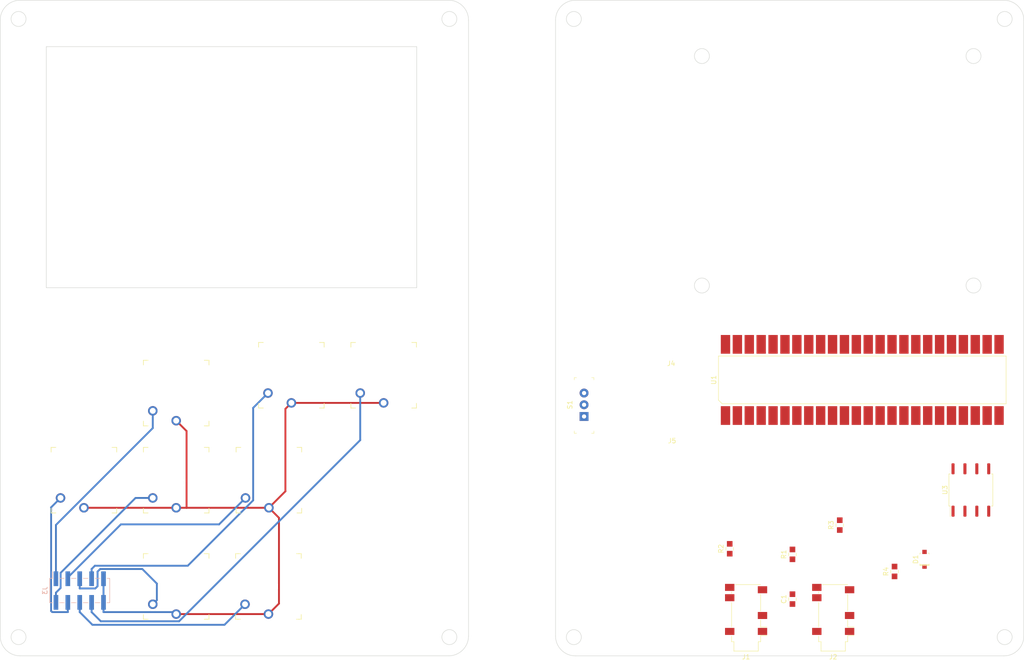
<source format=kicad_pcb>
(kicad_pcb (version 20171130) (host pcbnew "(5.1.9)-1")

  (general
    (thickness 1.6)
    (drawings 32)
    (tracks 59)
    (zones 0)
    (modules 22)
    (nets 69)
  )

  (page A4)
  (layers
    (0 F.Cu signal)
    (31 B.Cu signal)
    (32 B.Adhes user)
    (33 F.Adhes user)
    (34 B.Paste user)
    (35 F.Paste user)
    (36 B.SilkS user)
    (37 F.SilkS user)
    (38 B.Mask user)
    (39 F.Mask user)
    (40 Dwgs.User user)
    (41 Cmts.User user)
    (42 Eco1.User user)
    (43 Eco2.User user)
    (44 Edge.Cuts user)
    (45 Margin user)
    (46 B.CrtYd user)
    (47 F.CrtYd user)
    (48 B.Fab user)
    (49 F.Fab user)
  )

  (setup
    (last_trace_width 0.4)
    (trace_clearance 0.3)
    (zone_clearance 0.508)
    (zone_45_only no)
    (trace_min 0.2)
    (via_size 0.8)
    (via_drill 0.4)
    (via_min_size 0.4)
    (via_min_drill 0.3)
    (uvia_size 0.3)
    (uvia_drill 0.1)
    (uvias_allowed no)
    (uvia_min_size 0.2)
    (uvia_min_drill 0.1)
    (edge_width 0.05)
    (segment_width 0.2)
    (pcb_text_width 0.3)
    (pcb_text_size 1.5 1.5)
    (mod_edge_width 0.12)
    (mod_text_size 1 1)
    (mod_text_width 0.15)
    (pad_size 0.9 0.95)
    (pad_drill 0)
    (pad_to_mask_clearance 0)
    (aux_axis_origin 0 0)
    (visible_elements FFFFFF7F)
    (pcbplotparams
      (layerselection 0x010fc_ffffffff)
      (usegerberextensions false)
      (usegerberattributes true)
      (usegerberadvancedattributes true)
      (creategerberjobfile true)
      (excludeedgelayer true)
      (linewidth 0.100000)
      (plotframeref false)
      (viasonmask false)
      (mode 1)
      (useauxorigin false)
      (hpglpennumber 1)
      (hpglpenspeed 20)
      (hpglpendiameter 15.000000)
      (psnegative false)
      (psa4output false)
      (plotreference true)
      (plotvalue true)
      (plotinvisibletext false)
      (padsonsilk false)
      (subtractmaskfromsilk false)
      (outputformat 1)
      (mirror false)
      (drillshape 1)
      (scaleselection 1)
      (outputdirectory ""))
  )

  (net 0 "")
  (net 1 GND)
  (net 2 +3V3)
  (net 3 EDIT)
  (net 4 OPTION)
  (net 5 PLAY)
  (net 6 SHIFT)
  (net 7 LEFT)
  (net 8 RIGHT)
  (net 9 DOWN)
  (net 10 UP)
  (net 11 "Net-(J4-Pad1)")
  (net 12 "Net-(J5-Pad1)")
  (net 13 "Net-(J1-PadR)")
  (net 14 "Net-(J1-PadT)")
  (net 15 TX1)
  (net 16 RX1)
  (net 17 "Net-(J2-PadR)")
  (net 18 "Net-(D1-Pad1)")
  (net 19 "Net-(S1-Pad3)")
  (net 20 "Net-(U1-Pad24)")
  (net 21 "Net-(U1-Pad25)")
  (net 22 "Net-(U1-Pad23)")
  (net 23 "Net-(U1-Pad26)")
  (net 24 "Net-(U1-Pad22)")
  (net 25 "Net-(U1-Pad27)")
  (net 26 "Net-(U1-Pad21)")
  (net 27 "Net-(U1-Pad28)")
  (net 28 "Net-(U1-Pad29)")
  (net 29 "Net-(U1-Pad19)")
  (net 30 "Net-(U1-Pad30)")
  (net 31 "Net-(U1-Pad18)")
  (net 32 "Net-(U1-Pad31)")
  (net 33 "Net-(U1-Pad17)")
  (net 34 "Net-(U1-Pad32)")
  (net 35 "Net-(U1-Pad16)")
  (net 36 "Net-(U1-Pad33)")
  (net 37 "Net-(U1-Pad15)")
  (net 38 "Net-(U1-Pad34)")
  (net 39 "Net-(U1-Pad14)")
  (net 40 "Net-(U1-Pad35)")
  (net 41 "Net-(U1-Pad13)")
  (net 42 "Net-(U1-Pad36)")
  (net 43 "Net-(U1-Pad12)")
  (net 44 "Net-(U1-Pad37)")
  (net 45 "Net-(U1-Pad11)")
  (net 46 "Net-(U1-Pad38)")
  (net 47 "Net-(U1-Pad10)")
  (net 48 "Net-(U1-Pad39)")
  (net 49 "Net-(U1-Pad9)")
  (net 50 "Net-(U1-Pad40)")
  (net 51 "Net-(U1-Pad8)")
  (net 52 "Net-(U1-Pad41)")
  (net 53 "Net-(U1-Pad7)")
  (net 54 "Net-(U1-Pad42)")
  (net 55 "Net-(U1-Pad6)")
  (net 56 "Net-(U1-Pad43)")
  (net 57 "Net-(U1-Pad5)")
  (net 58 "Net-(U1-Pad44)")
  (net 59 "Net-(U1-Pad4)")
  (net 60 "Net-(U1-Pad45)")
  (net 61 "Net-(U1-Pad2)")
  (net 62 "Net-(U1-Pad47)")
  (net 63 "Net-(U1-Pad1)")
  (net 64 "Net-(U1-Pad48)")
  (net 65 "Net-(U3-Pad7)")
  (net 66 "Net-(U3-Pad4)")
  (net 67 "Net-(D1-Pad2)")
  (net 68 "Net-(U3-Pad1)")

  (net_class Default "This is the default net class."
    (clearance 0.3)
    (trace_width 0.4)
    (via_dia 0.8)
    (via_drill 0.4)
    (uvia_dia 0.3)
    (uvia_drill 0.1)
    (add_net +3V3)
    (add_net DOWN)
    (add_net EDIT)
    (add_net GND)
    (add_net LEFT)
    (add_net "Net-(D1-Pad1)")
    (add_net "Net-(D1-Pad2)")
    (add_net "Net-(J1-PadR)")
    (add_net "Net-(J1-PadT)")
    (add_net "Net-(J2-PadR)")
    (add_net "Net-(J4-Pad1)")
    (add_net "Net-(J5-Pad1)")
    (add_net "Net-(S1-Pad3)")
    (add_net "Net-(U1-Pad1)")
    (add_net "Net-(U1-Pad10)")
    (add_net "Net-(U1-Pad11)")
    (add_net "Net-(U1-Pad12)")
    (add_net "Net-(U1-Pad13)")
    (add_net "Net-(U1-Pad14)")
    (add_net "Net-(U1-Pad15)")
    (add_net "Net-(U1-Pad16)")
    (add_net "Net-(U1-Pad17)")
    (add_net "Net-(U1-Pad18)")
    (add_net "Net-(U1-Pad19)")
    (add_net "Net-(U1-Pad2)")
    (add_net "Net-(U1-Pad21)")
    (add_net "Net-(U1-Pad22)")
    (add_net "Net-(U1-Pad23)")
    (add_net "Net-(U1-Pad24)")
    (add_net "Net-(U1-Pad25)")
    (add_net "Net-(U1-Pad26)")
    (add_net "Net-(U1-Pad27)")
    (add_net "Net-(U1-Pad28)")
    (add_net "Net-(U1-Pad29)")
    (add_net "Net-(U1-Pad30)")
    (add_net "Net-(U1-Pad31)")
    (add_net "Net-(U1-Pad32)")
    (add_net "Net-(U1-Pad33)")
    (add_net "Net-(U1-Pad34)")
    (add_net "Net-(U1-Pad35)")
    (add_net "Net-(U1-Pad36)")
    (add_net "Net-(U1-Pad37)")
    (add_net "Net-(U1-Pad38)")
    (add_net "Net-(U1-Pad39)")
    (add_net "Net-(U1-Pad4)")
    (add_net "Net-(U1-Pad40)")
    (add_net "Net-(U1-Pad41)")
    (add_net "Net-(U1-Pad42)")
    (add_net "Net-(U1-Pad43)")
    (add_net "Net-(U1-Pad44)")
    (add_net "Net-(U1-Pad45)")
    (add_net "Net-(U1-Pad47)")
    (add_net "Net-(U1-Pad48)")
    (add_net "Net-(U1-Pad5)")
    (add_net "Net-(U1-Pad6)")
    (add_net "Net-(U1-Pad7)")
    (add_net "Net-(U1-Pad8)")
    (add_net "Net-(U1-Pad9)")
    (add_net "Net-(U3-Pad1)")
    (add_net "Net-(U3-Pad4)")
    (add_net "Net-(U3-Pad7)")
    (add_net OPTION)
    (add_net PLAY)
    (add_net RIGHT)
    (add_net RX1)
    (add_net SHIFT)
    (add_net TX1)
    (add_net UP)
  )

  (module Package_SO:SOP-8_6.62x9.15mm_P2.54mm (layer F.Cu) (tedit 5D9F72B1) (tstamp 618EACE8)
    (at 242.6 122.2 90)
    (descr "SOP, 8 Pin (http://www.ti.com/lit/ds/symlink/iso1050.pdf), generated with kicad-footprint-generator ipc_gullwing_generator.py")
    (tags "SOP SO")
    (path /6184F018)
    (attr smd)
    (fp_text reference U3 (at 0 -5.52 90) (layer F.SilkS)
      (effects (font (size 1 1) (thickness 0.15)))
    )
    (fp_text value 6N138 (at 0 5.52 90) (layer F.Fab)
      (effects (font (size 1 1) (thickness 0.15)))
    )
    (fp_text user %R (at 0 0 90) (layer F.Fab)
      (effects (font (size 1 1) (thickness 0.15)))
    )
    (fp_line (start 0 4.685) (end 3.42 4.685) (layer F.SilkS) (width 0.12))
    (fp_line (start 3.42 4.685) (end 3.42 4.395) (layer F.SilkS) (width 0.12))
    (fp_line (start 0 4.685) (end -3.42 4.685) (layer F.SilkS) (width 0.12))
    (fp_line (start -3.42 4.685) (end -3.42 4.395) (layer F.SilkS) (width 0.12))
    (fp_line (start 0 -4.685) (end 3.42 -4.685) (layer F.SilkS) (width 0.12))
    (fp_line (start 3.42 -4.685) (end 3.42 -4.395) (layer F.SilkS) (width 0.12))
    (fp_line (start 0 -4.685) (end -3.42 -4.685) (layer F.SilkS) (width 0.12))
    (fp_line (start -3.42 -4.685) (end -3.42 -4.395) (layer F.SilkS) (width 0.12))
    (fp_line (start -3.42 -4.395) (end -5.7 -4.395) (layer F.SilkS) (width 0.12))
    (fp_line (start -2.31 -4.575) (end 3.31 -4.575) (layer F.Fab) (width 0.1))
    (fp_line (start 3.31 -4.575) (end 3.31 4.575) (layer F.Fab) (width 0.1))
    (fp_line (start 3.31 4.575) (end -3.31 4.575) (layer F.Fab) (width 0.1))
    (fp_line (start -3.31 4.575) (end -3.31 -3.575) (layer F.Fab) (width 0.1))
    (fp_line (start -3.31 -3.575) (end -2.31 -4.575) (layer F.Fab) (width 0.1))
    (fp_line (start -5.95 -4.82) (end -5.95 4.82) (layer F.CrtYd) (width 0.05))
    (fp_line (start -5.95 4.82) (end 5.95 4.82) (layer F.CrtYd) (width 0.05))
    (fp_line (start 5.95 4.82) (end 5.95 -4.82) (layer F.CrtYd) (width 0.05))
    (fp_line (start 5.95 -4.82) (end -5.95 -4.82) (layer F.CrtYd) (width 0.05))
    (pad 8 smd roundrect (at 4.525 -3.81 90) (size 2.35 0.65) (layers F.Cu F.Paste F.Mask) (roundrect_rratio 0.25)
      (net 2 +3V3))
    (pad 7 smd roundrect (at 4.525 -1.27 90) (size 2.35 0.65) (layers F.Cu F.Paste F.Mask) (roundrect_rratio 0.25)
      (net 65 "Net-(U3-Pad7)"))
    (pad 6 smd roundrect (at 4.525 1.27 90) (size 2.35 0.65) (layers F.Cu F.Paste F.Mask) (roundrect_rratio 0.25)
      (net 16 RX1))
    (pad 5 smd roundrect (at 4.525 3.81 90) (size 2.35 0.65) (layers F.Cu F.Paste F.Mask) (roundrect_rratio 0.25)
      (net 1 GND))
    (pad 4 smd roundrect (at -4.525 3.81 90) (size 2.35 0.65) (layers F.Cu F.Paste F.Mask) (roundrect_rratio 0.25)
      (net 66 "Net-(U3-Pad4)"))
    (pad 3 smd roundrect (at -4.525 1.27 90) (size 2.35 0.65) (layers F.Cu F.Paste F.Mask) (roundrect_rratio 0.25)
      (net 67 "Net-(D1-Pad2)"))
    (pad 2 smd roundrect (at -4.525 -1.27 90) (size 2.35 0.65) (layers F.Cu F.Paste F.Mask) (roundrect_rratio 0.25)
      (net 18 "Net-(D1-Pad1)"))
    (pad 1 smd roundrect (at -4.525 -3.81 90) (size 2.35 0.65) (layers F.Cu F.Paste F.Mask) (roundrect_rratio 0.25)
      (net 68 "Net-(U3-Pad1)"))
    (model ${KISYS3DMOD}/Package_SO.3dshapes/SOP-8_6.62x9.15mm_P2.54mm.wrl
      (at (xyz 0 0 0))
      (scale (xyz 1 1 1))
      (rotate (xyz 0 0 0))
    )
  )

  (module digikey-footprints:TEENSY4.1 (layer F.Cu) (tedit 0) (tstamp 618EACC9)
    (at 219.41 98.7)
    (path /6183E84F)
    (attr smd)
    (fp_text reference U1 (at -31.71 0 90) (layer F.SilkS)
      (effects (font (size 1 1) (thickness 0.15)))
    )
    (fp_text value Teensy4.1 (at 0 0) (layer F.Fab)
      (effects (font (size 1 1) (thickness 0.15)))
    )
    (fp_line (start -30.46 9.85) (end -30.46 -9.85) (layer F.CrtYd) (width 0.05))
    (fp_line (start 30.46 9.85) (end -30.46 9.85) (layer F.CrtYd) (width 0.05))
    (fp_line (start 30.46 -9.85) (end 30.46 9.85) (layer F.CrtYd) (width 0.05))
    (fp_line (start -30.46 -9.85) (end 30.46 -9.85) (layer F.CrtYd) (width 0.05))
    (fp_line (start 30.71 5.1) (end -29.91 5.1) (layer F.SilkS) (width 0.12))
    (fp_line (start 30.71 -5.1) (end 30.71 5.1) (layer F.SilkS) (width 0.12))
    (fp_line (start -30.71 -5.1) (end 30.71 -5.1) (layer F.SilkS) (width 0.12))
    (fp_line (start -30.71 4.3) (end -30.71 -5.1) (layer F.SilkS) (width 0.12))
    (fp_line (start -29.91 5.1) (end -30.71 4.3) (layer F.SilkS) (width 0.12))
    (pad 24 smd rect (at 29.21 7.6) (size 2 4) (layers F.Cu F.Paste F.Mask)
      (net 20 "Net-(U1-Pad24)"))
    (pad 25 smd rect (at 29.21 -7.6) (size 2 4) (layers F.Cu F.Paste F.Mask)
      (net 21 "Net-(U1-Pad25)"))
    (pad 23 smd rect (at 26.67 7.6) (size 2 4) (layers F.Cu F.Paste F.Mask)
      (net 22 "Net-(U1-Pad23)"))
    (pad 26 smd rect (at 26.67 -7.6) (size 2 4) (layers F.Cu F.Paste F.Mask)
      (net 23 "Net-(U1-Pad26)"))
    (pad 22 smd rect (at 24.13 7.6) (size 2 4) (layers F.Cu F.Paste F.Mask)
      (net 24 "Net-(U1-Pad22)"))
    (pad 27 smd rect (at 24.13 -7.6) (size 2 4) (layers F.Cu F.Paste F.Mask)
      (net 25 "Net-(U1-Pad27)"))
    (pad 21 smd rect (at 21.59 7.6) (size 2 4) (layers F.Cu F.Paste F.Mask)
      (net 26 "Net-(U1-Pad21)"))
    (pad 28 smd rect (at 21.59 -7.6) (size 2 4) (layers F.Cu F.Paste F.Mask)
      (net 27 "Net-(U1-Pad28)"))
    (pad 20 smd rect (at 19.05 7.6) (size 2 4) (layers F.Cu F.Paste F.Mask)
      (net 16 RX1))
    (pad 29 smd rect (at 19.05 -7.6) (size 2 4) (layers F.Cu F.Paste F.Mask)
      (net 28 "Net-(U1-Pad29)"))
    (pad 19 smd rect (at 16.51 7.6) (size 2 4) (layers F.Cu F.Paste F.Mask)
      (net 29 "Net-(U1-Pad19)"))
    (pad 30 smd rect (at 16.51 -7.6) (size 2 4) (layers F.Cu F.Paste F.Mask)
      (net 30 "Net-(U1-Pad30)"))
    (pad 18 smd rect (at 13.97 7.6) (size 2 4) (layers F.Cu F.Paste F.Mask)
      (net 31 "Net-(U1-Pad18)"))
    (pad 31 smd rect (at 13.97 -7.6) (size 2 4) (layers F.Cu F.Paste F.Mask)
      (net 32 "Net-(U1-Pad31)"))
    (pad 17 smd rect (at 11.43 7.6) (size 2 4) (layers F.Cu F.Paste F.Mask)
      (net 33 "Net-(U1-Pad17)"))
    (pad 32 smd rect (at 11.43 -7.6) (size 2 4) (layers F.Cu F.Paste F.Mask)
      (net 34 "Net-(U1-Pad32)"))
    (pad 16 smd rect (at 8.89 7.6) (size 2 4) (layers F.Cu F.Paste F.Mask)
      (net 35 "Net-(U1-Pad16)"))
    (pad 33 smd rect (at 8.89 -7.6) (size 2 4) (layers F.Cu F.Paste F.Mask)
      (net 36 "Net-(U1-Pad33)"))
    (pad 15 smd rect (at 6.35 7.6) (size 2 4) (layers F.Cu F.Paste F.Mask)
      (net 37 "Net-(U1-Pad15)"))
    (pad 34 smd rect (at 6.35 -7.6) (size 2 4) (layers F.Cu F.Paste F.Mask)
      (net 38 "Net-(U1-Pad34)"))
    (pad 14 smd rect (at 3.81 7.6) (size 2 4) (layers F.Cu F.Paste F.Mask)
      (net 39 "Net-(U1-Pad14)"))
    (pad 35 smd rect (at 3.81 -7.6) (size 2 4) (layers F.Cu F.Paste F.Mask)
      (net 40 "Net-(U1-Pad35)"))
    (pad 13 smd rect (at 1.27 7.6) (size 2 4) (layers F.Cu F.Paste F.Mask)
      (net 41 "Net-(U1-Pad13)"))
    (pad 36 smd rect (at 1.27 -7.6) (size 2 4) (layers F.Cu F.Paste F.Mask)
      (net 42 "Net-(U1-Pad36)"))
    (pad 12 smd rect (at -1.27 7.6) (size 2 4) (layers F.Cu F.Paste F.Mask)
      (net 43 "Net-(U1-Pad12)"))
    (pad 37 smd rect (at -1.27 -7.6) (size 2 4) (layers F.Cu F.Paste F.Mask)
      (net 44 "Net-(U1-Pad37)"))
    (pad 11 smd rect (at -3.81 7.6) (size 2 4) (layers F.Cu F.Paste F.Mask)
      (net 45 "Net-(U1-Pad11)"))
    (pad 38 smd rect (at -3.81 -7.6) (size 2 4) (layers F.Cu F.Paste F.Mask)
      (net 46 "Net-(U1-Pad38)"))
    (pad 10 smd rect (at -6.35 7.6) (size 2 4) (layers F.Cu F.Paste F.Mask)
      (net 47 "Net-(U1-Pad10)"))
    (pad 39 smd rect (at -6.35 -7.6) (size 2 4) (layers F.Cu F.Paste F.Mask)
      (net 48 "Net-(U1-Pad39)"))
    (pad 9 smd rect (at -8.89 7.6) (size 2 4) (layers F.Cu F.Paste F.Mask)
      (net 49 "Net-(U1-Pad9)"))
    (pad 40 smd rect (at -8.89 -7.6) (size 2 4) (layers F.Cu F.Paste F.Mask)
      (net 50 "Net-(U1-Pad40)"))
    (pad 8 smd rect (at -11.43 7.6) (size 2 4) (layers F.Cu F.Paste F.Mask)
      (net 51 "Net-(U1-Pad8)"))
    (pad 41 smd rect (at -11.43 -7.6) (size 2 4) (layers F.Cu F.Paste F.Mask)
      (net 52 "Net-(U1-Pad41)"))
    (pad 7 smd rect (at -13.97 7.6) (size 2 4) (layers F.Cu F.Paste F.Mask)
      (net 53 "Net-(U1-Pad7)"))
    (pad 42 smd rect (at -13.97 -7.6) (size 2 4) (layers F.Cu F.Paste F.Mask)
      (net 54 "Net-(U1-Pad42)"))
    (pad 6 smd rect (at -16.51 7.6) (size 2 4) (layers F.Cu F.Paste F.Mask)
      (net 55 "Net-(U1-Pad6)"))
    (pad 43 smd rect (at -16.51 -7.6) (size 2 4) (layers F.Cu F.Paste F.Mask)
      (net 56 "Net-(U1-Pad43)"))
    (pad 5 smd rect (at -19.05 7.6) (size 2 4) (layers F.Cu F.Paste F.Mask)
      (net 57 "Net-(U1-Pad5)"))
    (pad 44 smd rect (at -19.05 -7.6) (size 2 4) (layers F.Cu F.Paste F.Mask)
      (net 58 "Net-(U1-Pad44)"))
    (pad 4 smd rect (at -21.59 7.6) (size 2 4) (layers F.Cu F.Paste F.Mask)
      (net 59 "Net-(U1-Pad4)"))
    (pad 45 smd rect (at -21.59 -7.6) (size 2 4) (layers F.Cu F.Paste F.Mask)
      (net 60 "Net-(U1-Pad45)"))
    (pad 3 smd rect (at -24.13 7.6) (size 2 4) (layers F.Cu F.Paste F.Mask)
      (net 15 TX1))
    (pad 46 smd rect (at -24.13 -7.6) (size 2 4) (layers F.Cu F.Paste F.Mask)
      (net 2 +3V3))
    (pad 2 smd rect (at -26.67 7.6) (size 2 4) (layers F.Cu F.Paste F.Mask)
      (net 61 "Net-(U1-Pad2)"))
    (pad 47 smd rect (at -26.67 -7.6) (size 2 4) (layers F.Cu F.Paste F.Mask)
      (net 62 "Net-(U1-Pad47)"))
    (pad 1 smd rect (at -29.21 7.6) (size 2 4) (layers F.Cu F.Paste F.Mask)
      (net 63 "Net-(U1-Pad1)"))
    (pad 48 smd rect (at -29.21 -7.6) (size 2 4) (layers F.Cu F.Paste F.Mask)
      (net 64 "Net-(U1-Pad48)"))
  )

  (module digikey-footprints:Switch_Slide_11.6x4mm_EG1218 (layer F.Cu) (tedit 5A1EC915) (tstamp 618EAAAC)
    (at 160 106.5 90)
    (descr http://spec_sheets.e-switch.com/specs/P040040.pdf)
    (path /618EDC10)
    (fp_text reference S1 (at 2.49 -3.02 90) (layer F.SilkS)
      (effects (font (size 1 1) (thickness 0.15)))
    )
    (fp_text value SLIDE_SWITCH (at 2.11 3.14 90) (layer F.Fab)
      (effects (font (size 1 1) (thickness 0.15)))
    )
    (fp_text user %R (at 2.5 0 90) (layer F.Fab)
      (effects (font (size 1 1) (thickness 0.15)))
    )
    (fp_line (start -3.67 2.25) (end -3.67 -2.25) (layer F.CrtYd) (width 0.05))
    (fp_line (start -3.67 2.25) (end 8.43 2.25) (layer F.CrtYd) (width 0.05))
    (fp_line (start 8.43 2.25) (end 8.43 -2.25) (layer F.CrtYd) (width 0.05))
    (fp_line (start -3.67 -2.25) (end 8.43 -2.25) (layer F.CrtYd) (width 0.05))
    (fp_line (start 8.3 2.1) (end 7.8 2.1) (layer F.SilkS) (width 0.1))
    (fp_line (start 8.3 2.1) (end 8.3 1.6) (layer F.SilkS) (width 0.1))
    (fp_line (start -3.6 2.1) (end -3.1 2.1) (layer F.SilkS) (width 0.1))
    (fp_line (start -3.6 2.1) (end -3.6 1.6) (layer F.SilkS) (width 0.1))
    (fp_line (start -3.6 -2.1) (end -3.1 -2.1) (layer F.SilkS) (width 0.1))
    (fp_line (start -3.6 -2.1) (end -3.6 -1.6) (layer F.SilkS) (width 0.1))
    (fp_line (start 8.3 -2.1) (end 8.3 -1.6) (layer F.SilkS) (width 0.1))
    (fp_line (start 8.3 -2.1) (end 7.8 -2.1) (layer F.SilkS) (width 0.1))
    (fp_line (start -3.42 2) (end 8.18 2) (layer F.Fab) (width 0.1))
    (fp_line (start 8.18 2) (end 8.18 -2) (layer F.Fab) (width 0.1))
    (fp_line (start -3.42 2) (end -3.42 -2) (layer F.Fab) (width 0.1))
    (fp_line (start -3.42 -2) (end 8.18 -2) (layer F.Fab) (width 0.1))
    (pad 3 thru_hole circle (at 5 0 90) (size 1.9 1.9) (drill 0.9) (layers *.Cu *.Mask)
      (net 19 "Net-(S1-Pad3)"))
    (pad 2 thru_hole circle (at 2.5 0 90) (size 1.9 1.9) (drill 0.9) (layers *.Cu *.Mask)
      (net 11 "Net-(J4-Pad1)"))
    (pad 1 thru_hole rect (at 0 0 90) (size 1.9 1.9) (drill 0.9) (layers *.Cu *.Mask)
      (net 12 "Net-(J5-Pad1)"))
  )

  (module digikey-footprints:0805 (layer F.Cu) (tedit 5D288D36) (tstamp 618EAA94)
    (at 226.3 139.6 90)
    (path /6185A07D)
    (attr smd)
    (fp_text reference R4 (at 0 -1.84 90) (layer F.SilkS)
      (effects (font (size 1 1) (thickness 0.15)))
    )
    (fp_text value 220R (at 0 1.95 90) (layer F.Fab)
      (effects (font (size 1 1) (thickness 0.15)))
    )
    (fp_line (start -1.9 0.93) (end 1.9 0.93) (layer F.CrtYd) (width 0.05))
    (fp_line (start -1.9 -0.93) (end 1.9 -0.93) (layer F.CrtYd) (width 0.05))
    (fp_line (start 1.9 0.93) (end 1.9 -0.93) (layer F.CrtYd) (width 0.05))
    (fp_line (start -1.9 0.93) (end -1.9 -0.93) (layer F.CrtYd) (width 0.05))
    (fp_line (start -0.32 0.8) (end 0.28 0.8) (layer F.SilkS) (width 0.12))
    (fp_line (start -0.3 -0.8) (end 0.3 -0.8) (layer F.SilkS) (width 0.12))
    (fp_line (start -0.95 0.68) (end 0.95 0.68) (layer F.Fab) (width 0.12))
    (fp_line (start -0.95 -0.68) (end 0.95 -0.68) (layer F.Fab) (width 0.12))
    (fp_line (start 0.95 -0.675) (end 0.95 0.675) (layer F.Fab) (width 0.12))
    (fp_line (start -0.95 -0.675) (end -0.95 0.675) (layer F.Fab) (width 0.12))
    (pad 1 smd rect (at -1.05 0 90) (size 1.2 1.2) (layers F.Cu F.Paste F.Mask)
      (net 17 "Net-(J2-PadR)"))
    (pad 2 smd rect (at 1.05 0 90) (size 1.2 1.2) (layers F.Cu F.Paste F.Mask)
      (net 18 "Net-(D1-Pad1)"))
  )

  (module digikey-footprints:0805 (layer F.Cu) (tedit 5D288D36) (tstamp 618EAA84)
    (at 214.6 129.7 90)
    (path /61853BB2)
    (attr smd)
    (fp_text reference R3 (at 0 -1.84 90) (layer F.SilkS)
      (effects (font (size 1 1) (thickness 0.15)))
    )
    (fp_text value 470R (at 0 1.95 90) (layer F.Fab)
      (effects (font (size 1 1) (thickness 0.15)))
    )
    (fp_line (start -1.9 0.93) (end 1.9 0.93) (layer F.CrtYd) (width 0.05))
    (fp_line (start -1.9 -0.93) (end 1.9 -0.93) (layer F.CrtYd) (width 0.05))
    (fp_line (start 1.9 0.93) (end 1.9 -0.93) (layer F.CrtYd) (width 0.05))
    (fp_line (start -1.9 0.93) (end -1.9 -0.93) (layer F.CrtYd) (width 0.05))
    (fp_line (start -0.32 0.8) (end 0.28 0.8) (layer F.SilkS) (width 0.12))
    (fp_line (start -0.3 -0.8) (end 0.3 -0.8) (layer F.SilkS) (width 0.12))
    (fp_line (start -0.95 0.68) (end 0.95 0.68) (layer F.Fab) (width 0.12))
    (fp_line (start -0.95 -0.68) (end 0.95 -0.68) (layer F.Fab) (width 0.12))
    (fp_line (start 0.95 -0.675) (end 0.95 0.675) (layer F.Fab) (width 0.12))
    (fp_line (start -0.95 -0.675) (end -0.95 0.675) (layer F.Fab) (width 0.12))
    (pad 1 smd rect (at -1.05 0 90) (size 1.2 1.2) (layers F.Cu F.Paste F.Mask)
      (net 2 +3V3))
    (pad 2 smd rect (at 1.05 0 90) (size 1.2 1.2) (layers F.Cu F.Paste F.Mask)
      (net 16 RX1))
  )

  (module digikey-footprints:0805 (layer F.Cu) (tedit 5D288D36) (tstamp 618EAA74)
    (at 191.1 134.75 90)
    (path /61849BE4)
    (attr smd)
    (fp_text reference R2 (at 0 -1.84 90) (layer F.SilkS)
      (effects (font (size 1 1) (thickness 0.15)))
    )
    (fp_text value 47R (at 0 1.95 90) (layer F.Fab)
      (effects (font (size 1 1) (thickness 0.15)))
    )
    (fp_line (start -1.9 0.93) (end 1.9 0.93) (layer F.CrtYd) (width 0.05))
    (fp_line (start -1.9 -0.93) (end 1.9 -0.93) (layer F.CrtYd) (width 0.05))
    (fp_line (start 1.9 0.93) (end 1.9 -0.93) (layer F.CrtYd) (width 0.05))
    (fp_line (start -1.9 0.93) (end -1.9 -0.93) (layer F.CrtYd) (width 0.05))
    (fp_line (start -0.32 0.8) (end 0.28 0.8) (layer F.SilkS) (width 0.12))
    (fp_line (start -0.3 -0.8) (end 0.3 -0.8) (layer F.SilkS) (width 0.12))
    (fp_line (start -0.95 0.68) (end 0.95 0.68) (layer F.Fab) (width 0.12))
    (fp_line (start -0.95 -0.68) (end 0.95 -0.68) (layer F.Fab) (width 0.12))
    (fp_line (start 0.95 -0.675) (end 0.95 0.675) (layer F.Fab) (width 0.12))
    (fp_line (start -0.95 -0.675) (end -0.95 0.675) (layer F.Fab) (width 0.12))
    (pad 1 smd rect (at -1.05 0 90) (size 1.2 1.2) (layers F.Cu F.Paste F.Mask)
      (net 14 "Net-(J1-PadT)"))
    (pad 2 smd rect (at 1.05 0 90) (size 1.2 1.2) (layers F.Cu F.Paste F.Mask)
      (net 15 TX1))
  )

  (module digikey-footprints:0805 (layer F.Cu) (tedit 5D288D36) (tstamp 618EAA64)
    (at 204.5 135.95 90)
    (path /61847A37)
    (attr smd)
    (fp_text reference R1 (at 0 -1.84 90) (layer F.SilkS)
      (effects (font (size 1 1) (thickness 0.15)))
    )
    (fp_text value 47R (at 0 1.95 90) (layer F.Fab)
      (effects (font (size 1 1) (thickness 0.15)))
    )
    (fp_line (start -1.9 0.93) (end 1.9 0.93) (layer F.CrtYd) (width 0.05))
    (fp_line (start -1.9 -0.93) (end 1.9 -0.93) (layer F.CrtYd) (width 0.05))
    (fp_line (start 1.9 0.93) (end 1.9 -0.93) (layer F.CrtYd) (width 0.05))
    (fp_line (start -1.9 0.93) (end -1.9 -0.93) (layer F.CrtYd) (width 0.05))
    (fp_line (start -0.32 0.8) (end 0.28 0.8) (layer F.SilkS) (width 0.12))
    (fp_line (start -0.3 -0.8) (end 0.3 -0.8) (layer F.SilkS) (width 0.12))
    (fp_line (start -0.95 0.68) (end 0.95 0.68) (layer F.Fab) (width 0.12))
    (fp_line (start -0.95 -0.68) (end 0.95 -0.68) (layer F.Fab) (width 0.12))
    (fp_line (start 0.95 -0.675) (end 0.95 0.675) (layer F.Fab) (width 0.12))
    (fp_line (start -0.95 -0.675) (end -0.95 0.675) (layer F.Fab) (width 0.12))
    (pad 1 smd rect (at -1.05 0 90) (size 1.2 1.2) (layers F.Cu F.Paste F.Mask)
      (net 13 "Net-(J1-PadR)"))
    (pad 2 smd rect (at 1.05 0 90) (size 1.2 1.2) (layers F.Cu F.Paste F.Mask)
      (net 2 +3V3))
  )

  (module MountingHole:MountingHole_3.2mm_M3 (layer F.Cu) (tedit 56D1B4CB) (tstamp 618EAA54)
    (at 178.8 115.9)
    (descr "Mounting Hole 3.2mm, no annular, M3")
    (tags "mounting hole 3.2mm no annular m3")
    (path /618F7C2D)
    (attr virtual)
    (fp_text reference J5 (at 0 -4.2) (layer F.SilkS)
      (effects (font (size 1 1) (thickness 0.15)))
    )
    (fp_text value TO_BAT_MODULE (at 0 4.2) (layer F.Fab)
      (effects (font (size 1 1) (thickness 0.15)))
    )
    (fp_text user %R (at 0.3 0) (layer F.Fab)
      (effects (font (size 1 1) (thickness 0.15)))
    )
    (fp_circle (center 0 0) (end 3.2 0) (layer Cmts.User) (width 0.15))
    (fp_circle (center 0 0) (end 3.45 0) (layer F.CrtYd) (width 0.05))
    (pad 1 np_thru_hole circle (at 0 0) (size 3.2 3.2) (drill 3.2) (layers *.Cu *.Mask)
      (net 12 "Net-(J5-Pad1)"))
  )

  (module MountingHole:MountingHole_3.2mm_M3 (layer F.Cu) (tedit 56D1B4CB) (tstamp 618EAA4C)
    (at 178.6 99.4)
    (descr "Mounting Hole 3.2mm, no annular, M3")
    (tags "mounting hole 3.2mm no annular m3")
    (path /618F504C)
    (attr virtual)
    (fp_text reference J4 (at 0 -4.2) (layer F.SilkS)
      (effects (font (size 1 1) (thickness 0.15)))
    )
    (fp_text value TO_RASP_VIN (at 0 4.2) (layer F.Fab)
      (effects (font (size 1 1) (thickness 0.15)))
    )
    (fp_text user %R (at 0.3 0) (layer F.Fab)
      (effects (font (size 1 1) (thickness 0.15)))
    )
    (fp_circle (center 0 0) (end 3.2 0) (layer Cmts.User) (width 0.15))
    (fp_circle (center 0 0) (end 3.45 0) (layer F.CrtYd) (width 0.05))
    (pad 1 np_thru_hole circle (at 0 0) (size 3.2 3.2) (drill 3.2) (layers *.Cu *.Mask)
      (net 11 "Net-(J4-Pad1)"))
  )

  (module Connector_Audio:Jack_3.5mm_PJ311_Horizontal (layer F.Cu) (tedit 618E8C7F) (tstamp 618EAA00)
    (at 213.2 147.7 180)
    (descr "PJ311 6pin SMD 3.5mm stereo headphones jack.")
    (tags "headphones jack plug stereo 3.5mm PJ311")
    (path /6184AB99)
    (attr smd)
    (fp_text reference J2 (at 0 -10.16) (layer F.SilkS)
      (effects (font (size 1 1) (thickness 0.15)))
    )
    (fp_text value "MIDI IN" (at 0 7.17) (layer F.Fab)
      (effects (font (size 1 1) (thickness 0.15)))
    )
    (fp_text user %R (at 0 0) (layer F.Fab)
      (effects (font (size 1 1) (thickness 0.15)))
    )
    (fp_line (start -3.1 -3.75) (end -4.45 -3.75) (layer F.SilkS) (width 0.12))
    (fp_line (start -3.1 -5.6) (end -4.45 -5.6) (layer F.SilkS) (width 0.12))
    (fp_line (start -3.1 -5.6) (end -3.1 -6.9) (layer F.SilkS) (width 0.12))
    (fp_line (start -3.1 -2.25) (end -3.1 -3.75) (layer F.SilkS) (width 0.12))
    (fp_line (start -3.1 3.25) (end -3.1 -0.35) (layer F.SilkS) (width 0.12))
    (fp_line (start 2.35 5.3) (end -3.1 5.3) (layer F.SilkS) (width 0.12))
    (fp_line (start 3.1 3.45) (end 3.1 3.75) (layer F.SilkS) (width 0.12))
    (fp_line (start 3.1 -3.75) (end 3.1 1.5) (layer F.SilkS) (width 0.12))
    (fp_line (start 3.1 -6.9) (end 3.1 -5.7) (layer F.SilkS) (width 0.12))
    (fp_line (start -2.6 -6.9) (end -2.6 -8.9) (layer F.SilkS) (width 0.12))
    (fp_line (start -2.6 -8.9) (end 2.6 -8.9) (layer F.SilkS) (width 0.12))
    (fp_line (start 2.6 -8.9) (end 2.6 -6.9) (layer F.SilkS) (width 0.12))
    (fp_line (start 2.6 -6.9) (end 3.1 -6.9) (layer F.SilkS) (width 0.12))
    (fp_line (start -3.1 -6.9) (end -2.6 -6.9) (layer F.SilkS) (width 0.12))
    (fp_line (start -3 5.2) (end 3 5.2) (layer F.Fab) (width 0.1))
    (fp_line (start 3 5.2) (end 3 -6.8) (layer F.Fab) (width 0.1))
    (fp_line (start 3 -6.8) (end 2.5 -6.8) (layer F.Fab) (width 0.1))
    (fp_line (start 2.5 -6.8) (end 2.5 -8.8) (layer F.Fab) (width 0.1))
    (fp_line (start 2.5 -8.8) (end -2.5 -8.8) (layer F.Fab) (width 0.1))
    (fp_line (start -2.5 -8.8) (end -2.5 -6.8) (layer F.Fab) (width 0.1))
    (fp_line (start -2.5 -6.8) (end -3 -6.8) (layer F.Fab) (width 0.1))
    (fp_line (start -3 -6.8) (end -3 5.2) (layer F.Fab) (width 0.1))
    (fp_line (start -5 -9.31) (end 5 -9.31) (layer F.CrtYd) (width 0.05))
    (fp_line (start -5 -9.31) (end -5 5.94) (layer F.CrtYd) (width 0.05))
    (fp_line (start 5 5.94) (end 5 -9.31) (layer F.CrtYd) (width 0.05))
    (fp_line (start -5 5.94) (end 5 5.94) (layer F.CrtYd) (width 0.05))
    (fp_circle (center -2.35 -4.65) (end -2.1 -4.65) (layer F.Fab) (width 0.12))
    (pad 2 smd rect (at 3.5 -4.7 180) (size 2 1.5) (layers F.Cu F.Paste F.Mask))
    (pad "" np_thru_hole circle (at 0 2.7 180) (size 1.5 1.5) (drill 1.5) (layers *.Cu *.Mask))
    (pad "" np_thru_hole circle (at 0 -4.3 180) (size 1.5 1.5) (drill 1.5) (layers *.Cu *.Mask))
    (pad 4 smd rect (at 3.5 2.5 180) (size 2 1.5) (layers F.Cu F.Paste F.Mask)
      (net 67 "Net-(D1-Pad2)"))
    (pad 5 smd rect (at 3.5 4.7 180) (size 2 1.5) (layers F.Cu F.Paste F.Mask))
    (pad 1 smd rect (at -3.5 -4.7 180) (size 2 1.5) (layers F.Cu F.Paste F.Mask)
      (net 1 GND))
    (pad 3 smd rect (at -3.5 -1.3 180) (size 2 1.5) (layers F.Cu F.Paste F.Mask)
      (net 17 "Net-(J2-PadR)"))
    (pad 6 smd rect (at -3.5 4.2 180) (size 2 1.5) (layers F.Cu F.Paste F.Mask))
    (model ${KISYS3DMOD}/Connector_Audio.3dshapes/Jack_3.5mm_PJ311_Horizontal.wrl
      (at (xyz 0 0 0))
      (scale (xyz 1 1 1))
      (rotate (xyz 0 0 0))
    )
  )

  (module Connector_Audio:Jack_3.5mm_PJ311_Horizontal (layer F.Cu) (tedit 618E8B98) (tstamp 618EA9D8)
    (at 194.6 147.7 180)
    (descr "PJ311 6pin SMD 3.5mm stereo headphones jack.")
    (tags "headphones jack plug stereo 3.5mm PJ311")
    (path /618469B5)
    (attr smd)
    (fp_text reference J1 (at 0 -10.16) (layer F.SilkS)
      (effects (font (size 1 1) (thickness 0.15)))
    )
    (fp_text value "MIDI OUT" (at 0 7.17) (layer F.Fab)
      (effects (font (size 1 1) (thickness 0.15)))
    )
    (fp_text user %R (at 0 0) (layer F.Fab)
      (effects (font (size 1 1) (thickness 0.15)))
    )
    (fp_line (start -3.1 -3.75) (end -4.45 -3.75) (layer F.SilkS) (width 0.12))
    (fp_line (start -3.1 -5.6) (end -4.45 -5.6) (layer F.SilkS) (width 0.12))
    (fp_line (start -3.1 -5.6) (end -3.1 -6.9) (layer F.SilkS) (width 0.12))
    (fp_line (start -3.1 -2.25) (end -3.1 -3.75) (layer F.SilkS) (width 0.12))
    (fp_line (start -3.1 3.25) (end -3.1 -0.35) (layer F.SilkS) (width 0.12))
    (fp_line (start 2.35 5.3) (end -3.1 5.3) (layer F.SilkS) (width 0.12))
    (fp_line (start 3.1 3.45) (end 3.1 3.75) (layer F.SilkS) (width 0.12))
    (fp_line (start 3.1 -3.75) (end 3.1 1.5) (layer F.SilkS) (width 0.12))
    (fp_line (start 3.1 -6.9) (end 3.1 -5.7) (layer F.SilkS) (width 0.12))
    (fp_line (start -2.6 -6.9) (end -2.6 -8.9) (layer F.SilkS) (width 0.12))
    (fp_line (start -2.6 -8.9) (end 2.6 -8.9) (layer F.SilkS) (width 0.12))
    (fp_line (start 2.6 -8.9) (end 2.6 -6.9) (layer F.SilkS) (width 0.12))
    (fp_line (start 2.6 -6.9) (end 3.1 -6.9) (layer F.SilkS) (width 0.12))
    (fp_line (start -3.1 -6.9) (end -2.6 -6.9) (layer F.SilkS) (width 0.12))
    (fp_line (start -3 5.2) (end 3 5.2) (layer F.Fab) (width 0.1))
    (fp_line (start 3 5.2) (end 3 -6.8) (layer F.Fab) (width 0.1))
    (fp_line (start 3 -6.8) (end 2.5 -6.8) (layer F.Fab) (width 0.1))
    (fp_line (start 2.5 -6.8) (end 2.5 -8.8) (layer F.Fab) (width 0.1))
    (fp_line (start 2.5 -8.8) (end -2.5 -8.8) (layer F.Fab) (width 0.1))
    (fp_line (start -2.5 -8.8) (end -2.5 -6.8) (layer F.Fab) (width 0.1))
    (fp_line (start -2.5 -6.8) (end -3 -6.8) (layer F.Fab) (width 0.1))
    (fp_line (start -3 -6.8) (end -3 5.2) (layer F.Fab) (width 0.1))
    (fp_line (start -5 -9.31) (end 5 -9.31) (layer F.CrtYd) (width 0.05))
    (fp_line (start -5 -9.31) (end -5 5.94) (layer F.CrtYd) (width 0.05))
    (fp_line (start 5 5.94) (end 5 -9.31) (layer F.CrtYd) (width 0.05))
    (fp_line (start -5 5.94) (end 5 5.94) (layer F.CrtYd) (width 0.05))
    (fp_circle (center -2.35 -4.65) (end -2.1 -4.65) (layer F.Fab) (width 0.12))
    (pad 2 smd rect (at 3.5 -4.7 180) (size 2 1.5) (layers F.Cu F.Paste F.Mask))
    (pad "" np_thru_hole circle (at 0 2.7 180) (size 1.5 1.5) (drill 1.5) (layers *.Cu *.Mask))
    (pad "" np_thru_hole circle (at 0 -4.3 180) (size 1.5 1.5) (drill 1.5) (layers *.Cu *.Mask))
    (pad 4 smd rect (at 3.5 2.5 180) (size 2 1.5) (layers F.Cu F.Paste F.Mask)
      (net 14 "Net-(J1-PadT)"))
    (pad 5 smd rect (at 3.5 4.7 180) (size 2 1.5) (layers F.Cu F.Paste F.Mask))
    (pad 1 smd rect (at -3.5 -4.7 180) (size 2 1.5) (layers F.Cu F.Paste F.Mask)
      (net 1 GND))
    (pad 3 smd rect (at -3.5 -1.3 180) (size 2 1.5) (layers F.Cu F.Paste F.Mask)
      (net 13 "Net-(J1-PadR)"))
    (pad 6 smd rect (at -3.5 4.2 180) (size 2 1.5) (layers F.Cu F.Paste F.Mask))
    (model ${KISYS3DMOD}/Connector_Audio.3dshapes/Jack_3.5mm_PJ311_Horizontal.wrl
      (at (xyz 0 0 0))
      (scale (xyz 1 1 1))
      (rotate (xyz 0 0 0))
    )
  )

  (module digikey-footprints:SOD-123 (layer F.Cu) (tedit 618E8CE2) (tstamp 618EA9B0)
    (at 232.7 137 90)
    (path /61857F77)
    (attr smd)
    (fp_text reference D1 (at -0.01 -1.89 90) (layer F.SilkS)
      (effects (font (size 1 1) (thickness 0.15)))
    )
    (fp_text value 1n4148 (at 0.07 2.05 90) (layer F.Fab)
      (effects (font (size 1 1) (thickness 0.15)))
    )
    (fp_text user %R (at 0 0 90) (layer F.Fab)
      (effects (font (size 0.5 0.5) (thickness 0.075)))
    )
    (fp_line (start -0.975 0.975) (end -1.325 0.975) (layer F.SilkS) (width 0.1))
    (fp_line (start 3.175 -1.15) (end -3.175 -1.15) (layer F.CrtYd) (width 0.05))
    (fp_line (start -3.175 1.15) (end -3.175 -1.15) (layer F.CrtYd) (width 0.05))
    (fp_line (start 3.175 1.15) (end -3.175 1.15) (layer F.CrtYd) (width 0.05))
    (fp_line (start 3.175 -1.15) (end 3.175 1.15) (layer F.CrtYd) (width 0.05))
    (fp_line (start -0.975 -0.975) (end -1.325 -0.975) (layer F.SilkS) (width 0.1))
    (fp_line (start -1.325 -0.975) (end -1.325 0.975) (layer F.SilkS) (width 0.1))
    (fp_line (start 1.325 0.725) (end 1.325 0.975) (layer F.SilkS) (width 0.1))
    (fp_line (start 1.325 0.975) (end 1.075 0.975) (layer F.SilkS) (width 0.1))
    (fp_line (start 1.025 -0.975) (end 1.325 -0.975) (layer F.SilkS) (width 0.1))
    (fp_line (start 1.325 -0.975) (end 1.325 -0.75) (layer F.SilkS) (width 0.1))
    (fp_line (start -1.325 0.85) (end 1.325 0.85) (layer F.Fab) (width 0.1))
    (fp_line (start -1.325 -0.85) (end -1.325 0.85) (layer F.Fab) (width 0.1))
    (fp_line (start 1.325 -0.85) (end 1.325 0.85) (layer F.Fab) (width 0.1))
    (fp_line (start -1.325 -0.85) (end 1.325 -0.85) (layer F.Fab) (width 0.1))
    (fp_line (start -1.225 -0.975) (end -1.225 0.975) (layer F.SilkS) (width 0.1))
    (fp_line (start -1.125 -0.975) (end -1.125 0.975) (layer F.SilkS) (width 0.1))
    (pad A smd rect (at 1.575 0 90) (size 0.9 0.95) (layers F.Cu F.Paste F.Mask)
      (net 67 "Net-(D1-Pad2)"))
    (pad K smd rect (at -1.575 0 90) (size 0.9 0.95) (layers F.Cu F.Paste F.Mask)
      (net 18 "Net-(D1-Pad1)"))
  )

  (module digikey-footprints:0805 (layer F.Cu) (tedit 5D288D36) (tstamp 618EA998)
    (at 204.5 145.5 90)
    (path /6185158F)
    (attr smd)
    (fp_text reference C1 (at 0 -1.84 90) (layer F.SilkS)
      (effects (font (size 1 1) (thickness 0.15)))
    )
    (fp_text value 0.1uF (at 0 1.95 90) (layer F.Fab)
      (effects (font (size 1 1) (thickness 0.15)))
    )
    (fp_line (start -1.9 0.93) (end 1.9 0.93) (layer F.CrtYd) (width 0.05))
    (fp_line (start -1.9 -0.93) (end 1.9 -0.93) (layer F.CrtYd) (width 0.05))
    (fp_line (start 1.9 0.93) (end 1.9 -0.93) (layer F.CrtYd) (width 0.05))
    (fp_line (start -1.9 0.93) (end -1.9 -0.93) (layer F.CrtYd) (width 0.05))
    (fp_line (start -0.32 0.8) (end 0.28 0.8) (layer F.SilkS) (width 0.12))
    (fp_line (start -0.3 -0.8) (end 0.3 -0.8) (layer F.SilkS) (width 0.12))
    (fp_line (start -0.95 0.68) (end 0.95 0.68) (layer F.Fab) (width 0.12))
    (fp_line (start -0.95 -0.68) (end 0.95 -0.68) (layer F.Fab) (width 0.12))
    (fp_line (start 0.95 -0.675) (end 0.95 0.675) (layer F.Fab) (width 0.12))
    (fp_line (start -0.95 -0.675) (end -0.95 0.675) (layer F.Fab) (width 0.12))
    (pad 1 smd rect (at -1.05 0 90) (size 1.2 1.2) (layers F.Cu F.Paste F.Mask)
      (net 1 GND))
    (pad 2 smd rect (at 1.05 0 90) (size 1.2 1.2) (layers F.Cu F.Paste F.Mask)
      (net 2 +3V3))
  )

  (module keyswitches:SW_PG1350 (layer F.Cu) (tedit 5DD50112) (tstamp 618E934D)
    (at 117.2 97.7)
    (descr "Kailh \"Choc\" PG1350 keyswitch")
    (tags kailh,choc)
    (path /618746E8)
    (fp_text reference SW8 (at 0 -8.255) (layer F.SilkS) hide
      (effects (font (size 1 1) (thickness 0.15)))
    )
    (fp_text value EDIT (at 0 8.255) (layer F.Fab)
      (effects (font (size 1 1) (thickness 0.15)))
    )
    (fp_text user %R (at 0 0) (layer F.Fab)
      (effects (font (size 1 1) (thickness 0.15)))
    )
    (fp_line (start -2.6 -3.1) (end 2.6 -3.1) (layer Eco2.User) (width 0.15))
    (fp_line (start 2.6 -3.1) (end 2.6 -6.3) (layer Eco2.User) (width 0.15))
    (fp_line (start 2.6 -6.3) (end -2.6 -6.3) (layer Eco2.User) (width 0.15))
    (fp_line (start -2.6 -3.1) (end -2.6 -6.3) (layer Eco2.User) (width 0.15))
    (fp_line (start -7 -6) (end -7 -7) (layer F.SilkS) (width 0.15))
    (fp_line (start -7 7) (end -6 7) (layer F.SilkS) (width 0.15))
    (fp_line (start -6 -7) (end -7 -7) (layer F.SilkS) (width 0.15))
    (fp_line (start -7 7) (end -7 6) (layer F.SilkS) (width 0.15))
    (fp_line (start 7 6) (end 7 7) (layer F.SilkS) (width 0.15))
    (fp_line (start 7 -7) (end 6 -7) (layer F.SilkS) (width 0.15))
    (fp_line (start 6 7) (end 7 7) (layer F.SilkS) (width 0.15))
    (fp_line (start 7 -7) (end 7 -6) (layer F.SilkS) (width 0.15))
    (fp_line (start -6.9 6.9) (end 6.9 6.9) (layer Eco2.User) (width 0.15))
    (fp_line (start 6.9 -6.9) (end -6.9 -6.9) (layer Eco2.User) (width 0.15))
    (fp_line (start 6.9 -6.9) (end 6.9 6.9) (layer Eco2.User) (width 0.15))
    (fp_line (start -6.9 6.9) (end -6.9 -6.9) (layer Eco2.User) (width 0.15))
    (fp_line (start -7.5 -7.5) (end 7.5 -7.5) (layer F.Fab) (width 0.15))
    (fp_line (start 7.5 -7.5) (end 7.5 7.5) (layer F.Fab) (width 0.15))
    (fp_line (start 7.5 7.5) (end -7.5 7.5) (layer F.Fab) (width 0.15))
    (fp_line (start -7.5 7.5) (end -7.5 -7.5) (layer F.Fab) (width 0.15))
    (pad "" np_thru_hole circle (at -5.5 0) (size 1.7018 1.7018) (drill 1.7018) (layers *.Cu *.Mask))
    (pad "" np_thru_hole circle (at 5.5 0) (size 1.7018 1.7018) (drill 1.7018) (layers *.Cu *.Mask))
    (pad "" np_thru_hole circle (at 5.22 -4.2) (size 0.9906 0.9906) (drill 0.9906) (layers *.Cu *.Mask))
    (pad 1 thru_hole circle (at 0 5.9) (size 2.032 2.032) (drill 1.27) (layers *.Cu *.Mask)
      (net 1 GND))
    (pad 2 thru_hole circle (at -5 3.8) (size 2.032 2.032) (drill 1.27) (layers *.Cu *.Mask)
      (net 3 EDIT))
    (pad "" np_thru_hole circle (at 0 0) (size 3.429 3.429) (drill 3.429) (layers *.Cu *.Mask))
  )

  (module keyswitches:SW_PG1350 (layer F.Cu) (tedit 5DD50112) (tstamp 618E932E)
    (at 97.5 97.7)
    (descr "Kailh \"Choc\" PG1350 keyswitch")
    (tags kailh,choc)
    (path /618746D4)
    (fp_text reference SW7 (at 0 -8.255) (layer F.SilkS) hide
      (effects (font (size 1 1) (thickness 0.15)))
    )
    (fp_text value OPTION (at 0 8.255) (layer F.Fab)
      (effects (font (size 1 1) (thickness 0.15)))
    )
    (fp_text user %R (at 0 0) (layer F.Fab)
      (effects (font (size 1 1) (thickness 0.15)))
    )
    (fp_line (start -2.6 -3.1) (end 2.6 -3.1) (layer Eco2.User) (width 0.15))
    (fp_line (start 2.6 -3.1) (end 2.6 -6.3) (layer Eco2.User) (width 0.15))
    (fp_line (start 2.6 -6.3) (end -2.6 -6.3) (layer Eco2.User) (width 0.15))
    (fp_line (start -2.6 -3.1) (end -2.6 -6.3) (layer Eco2.User) (width 0.15))
    (fp_line (start -7 -6) (end -7 -7) (layer F.SilkS) (width 0.15))
    (fp_line (start -7 7) (end -6 7) (layer F.SilkS) (width 0.15))
    (fp_line (start -6 -7) (end -7 -7) (layer F.SilkS) (width 0.15))
    (fp_line (start -7 7) (end -7 6) (layer F.SilkS) (width 0.15))
    (fp_line (start 7 6) (end 7 7) (layer F.SilkS) (width 0.15))
    (fp_line (start 7 -7) (end 6 -7) (layer F.SilkS) (width 0.15))
    (fp_line (start 6 7) (end 7 7) (layer F.SilkS) (width 0.15))
    (fp_line (start 7 -7) (end 7 -6) (layer F.SilkS) (width 0.15))
    (fp_line (start -6.9 6.9) (end 6.9 6.9) (layer Eco2.User) (width 0.15))
    (fp_line (start 6.9 -6.9) (end -6.9 -6.9) (layer Eco2.User) (width 0.15))
    (fp_line (start 6.9 -6.9) (end 6.9 6.9) (layer Eco2.User) (width 0.15))
    (fp_line (start -6.9 6.9) (end -6.9 -6.9) (layer Eco2.User) (width 0.15))
    (fp_line (start -7.5 -7.5) (end 7.5 -7.5) (layer F.Fab) (width 0.15))
    (fp_line (start 7.5 -7.5) (end 7.5 7.5) (layer F.Fab) (width 0.15))
    (fp_line (start 7.5 7.5) (end -7.5 7.5) (layer F.Fab) (width 0.15))
    (fp_line (start -7.5 7.5) (end -7.5 -7.5) (layer F.Fab) (width 0.15))
    (pad "" np_thru_hole circle (at -5.5 0) (size 1.7018 1.7018) (drill 1.7018) (layers *.Cu *.Mask))
    (pad "" np_thru_hole circle (at 5.5 0) (size 1.7018 1.7018) (drill 1.7018) (layers *.Cu *.Mask))
    (pad "" np_thru_hole circle (at 5.22 -4.2) (size 0.9906 0.9906) (drill 0.9906) (layers *.Cu *.Mask))
    (pad 1 thru_hole circle (at 0 5.9) (size 2.032 2.032) (drill 1.27) (layers *.Cu *.Mask)
      (net 1 GND))
    (pad 2 thru_hole circle (at -5 3.8) (size 2.032 2.032) (drill 1.27) (layers *.Cu *.Mask)
      (net 4 OPTION))
    (pad "" np_thru_hole circle (at 0 0) (size 3.429 3.429) (drill 3.429) (layers *.Cu *.Mask))
  )

  (module keyswitches:SW_PG1350 (layer F.Cu) (tedit 5DD50112) (tstamp 618E930F)
    (at 92.6 142.8)
    (descr "Kailh \"Choc\" PG1350 keyswitch")
    (tags kailh,choc)
    (path /618746C0)
    (fp_text reference SW6 (at 0 -8.255) (layer F.SilkS) hide
      (effects (font (size 1 1) (thickness 0.15)))
    )
    (fp_text value PLAY (at 0 8.255) (layer F.Fab)
      (effects (font (size 1 1) (thickness 0.15)))
    )
    (fp_text user %R (at 0 0) (layer F.Fab)
      (effects (font (size 1 1) (thickness 0.15)))
    )
    (fp_line (start -2.6 -3.1) (end 2.6 -3.1) (layer Eco2.User) (width 0.15))
    (fp_line (start 2.6 -3.1) (end 2.6 -6.3) (layer Eco2.User) (width 0.15))
    (fp_line (start 2.6 -6.3) (end -2.6 -6.3) (layer Eco2.User) (width 0.15))
    (fp_line (start -2.6 -3.1) (end -2.6 -6.3) (layer Eco2.User) (width 0.15))
    (fp_line (start -7 -6) (end -7 -7) (layer F.SilkS) (width 0.15))
    (fp_line (start -7 7) (end -6 7) (layer F.SilkS) (width 0.15))
    (fp_line (start -6 -7) (end -7 -7) (layer F.SilkS) (width 0.15))
    (fp_line (start -7 7) (end -7 6) (layer F.SilkS) (width 0.15))
    (fp_line (start 7 6) (end 7 7) (layer F.SilkS) (width 0.15))
    (fp_line (start 7 -7) (end 6 -7) (layer F.SilkS) (width 0.15))
    (fp_line (start 6 7) (end 7 7) (layer F.SilkS) (width 0.15))
    (fp_line (start 7 -7) (end 7 -6) (layer F.SilkS) (width 0.15))
    (fp_line (start -6.9 6.9) (end 6.9 6.9) (layer Eco2.User) (width 0.15))
    (fp_line (start 6.9 -6.9) (end -6.9 -6.9) (layer Eco2.User) (width 0.15))
    (fp_line (start 6.9 -6.9) (end 6.9 6.9) (layer Eco2.User) (width 0.15))
    (fp_line (start -6.9 6.9) (end -6.9 -6.9) (layer Eco2.User) (width 0.15))
    (fp_line (start -7.5 -7.5) (end 7.5 -7.5) (layer F.Fab) (width 0.15))
    (fp_line (start 7.5 -7.5) (end 7.5 7.5) (layer F.Fab) (width 0.15))
    (fp_line (start 7.5 7.5) (end -7.5 7.5) (layer F.Fab) (width 0.15))
    (fp_line (start -7.5 7.5) (end -7.5 -7.5) (layer F.Fab) (width 0.15))
    (pad "" np_thru_hole circle (at -5.5 0) (size 1.7018 1.7018) (drill 1.7018) (layers *.Cu *.Mask))
    (pad "" np_thru_hole circle (at 5.5 0) (size 1.7018 1.7018) (drill 1.7018) (layers *.Cu *.Mask))
    (pad "" np_thru_hole circle (at 5.22 -4.2) (size 0.9906 0.9906) (drill 0.9906) (layers *.Cu *.Mask))
    (pad 1 thru_hole circle (at 0 5.9) (size 2.032 2.032) (drill 1.27) (layers *.Cu *.Mask)
      (net 1 GND))
    (pad 2 thru_hole circle (at -5 3.8) (size 2.032 2.032) (drill 1.27) (layers *.Cu *.Mask)
      (net 5 PLAY))
    (pad "" np_thru_hole circle (at 0 0) (size 3.429 3.429) (drill 3.429) (layers *.Cu *.Mask))
  )

  (module keyswitches:SW_PG1350 (layer F.Cu) (tedit 5DD50112) (tstamp 618E92F0)
    (at 72.9 142.8)
    (descr "Kailh \"Choc\" PG1350 keyswitch")
    (tags kailh,choc)
    (path /618743B8)
    (fp_text reference SW5 (at 0 -8.255) (layer F.SilkS) hide
      (effects (font (size 1 1) (thickness 0.15)))
    )
    (fp_text value SHIFT (at 0 8.255) (layer F.Fab)
      (effects (font (size 1 1) (thickness 0.15)))
    )
    (fp_text user %R (at 0 0) (layer F.Fab)
      (effects (font (size 1 1) (thickness 0.15)))
    )
    (fp_line (start -2.6 -3.1) (end 2.6 -3.1) (layer Eco2.User) (width 0.15))
    (fp_line (start 2.6 -3.1) (end 2.6 -6.3) (layer Eco2.User) (width 0.15))
    (fp_line (start 2.6 -6.3) (end -2.6 -6.3) (layer Eco2.User) (width 0.15))
    (fp_line (start -2.6 -3.1) (end -2.6 -6.3) (layer Eco2.User) (width 0.15))
    (fp_line (start -7 -6) (end -7 -7) (layer F.SilkS) (width 0.15))
    (fp_line (start -7 7) (end -6 7) (layer F.SilkS) (width 0.15))
    (fp_line (start -6 -7) (end -7 -7) (layer F.SilkS) (width 0.15))
    (fp_line (start -7 7) (end -7 6) (layer F.SilkS) (width 0.15))
    (fp_line (start 7 6) (end 7 7) (layer F.SilkS) (width 0.15))
    (fp_line (start 7 -7) (end 6 -7) (layer F.SilkS) (width 0.15))
    (fp_line (start 6 7) (end 7 7) (layer F.SilkS) (width 0.15))
    (fp_line (start 7 -7) (end 7 -6) (layer F.SilkS) (width 0.15))
    (fp_line (start -6.9 6.9) (end 6.9 6.9) (layer Eco2.User) (width 0.15))
    (fp_line (start 6.9 -6.9) (end -6.9 -6.9) (layer Eco2.User) (width 0.15))
    (fp_line (start 6.9 -6.9) (end 6.9 6.9) (layer Eco2.User) (width 0.15))
    (fp_line (start -6.9 6.9) (end -6.9 -6.9) (layer Eco2.User) (width 0.15))
    (fp_line (start -7.5 -7.5) (end 7.5 -7.5) (layer F.Fab) (width 0.15))
    (fp_line (start 7.5 -7.5) (end 7.5 7.5) (layer F.Fab) (width 0.15))
    (fp_line (start 7.5 7.5) (end -7.5 7.5) (layer F.Fab) (width 0.15))
    (fp_line (start -7.5 7.5) (end -7.5 -7.5) (layer F.Fab) (width 0.15))
    (pad "" np_thru_hole circle (at -5.5 0) (size 1.7018 1.7018) (drill 1.7018) (layers *.Cu *.Mask))
    (pad "" np_thru_hole circle (at 5.5 0) (size 1.7018 1.7018) (drill 1.7018) (layers *.Cu *.Mask))
    (pad "" np_thru_hole circle (at 5.22 -4.2) (size 0.9906 0.9906) (drill 0.9906) (layers *.Cu *.Mask))
    (pad 1 thru_hole circle (at 0 5.9) (size 2.032 2.032) (drill 1.27) (layers *.Cu *.Mask)
      (net 1 GND))
    (pad 2 thru_hole circle (at -5 3.8) (size 2.032 2.032) (drill 1.27) (layers *.Cu *.Mask)
      (net 6 SHIFT))
    (pad "" np_thru_hole circle (at 0 0) (size 3.429 3.429) (drill 3.429) (layers *.Cu *.Mask))
  )

  (module keyswitches:SW_PG1350 (layer F.Cu) (tedit 5DD50112) (tstamp 618E92D1)
    (at 53.2 120.1)
    (descr "Kailh \"Choc\" PG1350 keyswitch")
    (tags kailh,choc)
    (path /618731F8)
    (fp_text reference SW4 (at 0 -8.255) (layer F.SilkS) hide
      (effects (font (size 1 1) (thickness 0.15)))
    )
    (fp_text value LEFT (at 0 8.255) (layer F.Fab)
      (effects (font (size 1 1) (thickness 0.15)))
    )
    (fp_text user %R (at 0 0) (layer F.Fab)
      (effects (font (size 1 1) (thickness 0.15)))
    )
    (fp_line (start -2.6 -3.1) (end 2.6 -3.1) (layer Eco2.User) (width 0.15))
    (fp_line (start 2.6 -3.1) (end 2.6 -6.3) (layer Eco2.User) (width 0.15))
    (fp_line (start 2.6 -6.3) (end -2.6 -6.3) (layer Eco2.User) (width 0.15))
    (fp_line (start -2.6 -3.1) (end -2.6 -6.3) (layer Eco2.User) (width 0.15))
    (fp_line (start -7 -6) (end -7 -7) (layer F.SilkS) (width 0.15))
    (fp_line (start -7 7) (end -6 7) (layer F.SilkS) (width 0.15))
    (fp_line (start -6 -7) (end -7 -7) (layer F.SilkS) (width 0.15))
    (fp_line (start -7 7) (end -7 6) (layer F.SilkS) (width 0.15))
    (fp_line (start 7 6) (end 7 7) (layer F.SilkS) (width 0.15))
    (fp_line (start 7 -7) (end 6 -7) (layer F.SilkS) (width 0.15))
    (fp_line (start 6 7) (end 7 7) (layer F.SilkS) (width 0.15))
    (fp_line (start 7 -7) (end 7 -6) (layer F.SilkS) (width 0.15))
    (fp_line (start -6.9 6.9) (end 6.9 6.9) (layer Eco2.User) (width 0.15))
    (fp_line (start 6.9 -6.9) (end -6.9 -6.9) (layer Eco2.User) (width 0.15))
    (fp_line (start 6.9 -6.9) (end 6.9 6.9) (layer Eco2.User) (width 0.15))
    (fp_line (start -6.9 6.9) (end -6.9 -6.9) (layer Eco2.User) (width 0.15))
    (fp_line (start -7.5 -7.5) (end 7.5 -7.5) (layer F.Fab) (width 0.15))
    (fp_line (start 7.5 -7.5) (end 7.5 7.5) (layer F.Fab) (width 0.15))
    (fp_line (start 7.5 7.5) (end -7.5 7.5) (layer F.Fab) (width 0.15))
    (fp_line (start -7.5 7.5) (end -7.5 -7.5) (layer F.Fab) (width 0.15))
    (pad "" np_thru_hole circle (at -5.5 0) (size 1.7018 1.7018) (drill 1.7018) (layers *.Cu *.Mask))
    (pad "" np_thru_hole circle (at 5.5 0) (size 1.7018 1.7018) (drill 1.7018) (layers *.Cu *.Mask))
    (pad "" np_thru_hole circle (at 5.22 -4.2) (size 0.9906 0.9906) (drill 0.9906) (layers *.Cu *.Mask))
    (pad 1 thru_hole circle (at 0 5.9) (size 2.032 2.032) (drill 1.27) (layers *.Cu *.Mask)
      (net 1 GND))
    (pad 2 thru_hole circle (at -5 3.8) (size 2.032 2.032) (drill 1.27) (layers *.Cu *.Mask)
      (net 7 LEFT))
    (pad "" np_thru_hole circle (at 0 0) (size 3.429 3.429) (drill 3.429) (layers *.Cu *.Mask))
  )

  (module keyswitches:SW_PG1350 (layer F.Cu) (tedit 5DD50112) (tstamp 618E92B2)
    (at 92.7 120.1)
    (descr "Kailh \"Choc\" PG1350 keyswitch")
    (tags kailh,choc)
    (path /61871E7E)
    (fp_text reference SW3 (at 0 -8.255) (layer F.SilkS) hide
      (effects (font (size 1 1) (thickness 0.15)))
    )
    (fp_text value RIGHT (at 0 8.255) (layer F.Fab)
      (effects (font (size 1 1) (thickness 0.15)))
    )
    (fp_text user %R (at 0 0) (layer F.Fab)
      (effects (font (size 1 1) (thickness 0.15)))
    )
    (fp_line (start -2.6 -3.1) (end 2.6 -3.1) (layer Eco2.User) (width 0.15))
    (fp_line (start 2.6 -3.1) (end 2.6 -6.3) (layer Eco2.User) (width 0.15))
    (fp_line (start 2.6 -6.3) (end -2.6 -6.3) (layer Eco2.User) (width 0.15))
    (fp_line (start -2.6 -3.1) (end -2.6 -6.3) (layer Eco2.User) (width 0.15))
    (fp_line (start -7 -6) (end -7 -7) (layer F.SilkS) (width 0.15))
    (fp_line (start -7 7) (end -6 7) (layer F.SilkS) (width 0.15))
    (fp_line (start -6 -7) (end -7 -7) (layer F.SilkS) (width 0.15))
    (fp_line (start -7 7) (end -7 6) (layer F.SilkS) (width 0.15))
    (fp_line (start 7 6) (end 7 7) (layer F.SilkS) (width 0.15))
    (fp_line (start 7 -7) (end 6 -7) (layer F.SilkS) (width 0.15))
    (fp_line (start 6 7) (end 7 7) (layer F.SilkS) (width 0.15))
    (fp_line (start 7 -7) (end 7 -6) (layer F.SilkS) (width 0.15))
    (fp_line (start -6.9 6.9) (end 6.9 6.9) (layer Eco2.User) (width 0.15))
    (fp_line (start 6.9 -6.9) (end -6.9 -6.9) (layer Eco2.User) (width 0.15))
    (fp_line (start 6.9 -6.9) (end 6.9 6.9) (layer Eco2.User) (width 0.15))
    (fp_line (start -6.9 6.9) (end -6.9 -6.9) (layer Eco2.User) (width 0.15))
    (fp_line (start -7.5 -7.5) (end 7.5 -7.5) (layer F.Fab) (width 0.15))
    (fp_line (start 7.5 -7.5) (end 7.5 7.5) (layer F.Fab) (width 0.15))
    (fp_line (start 7.5 7.5) (end -7.5 7.5) (layer F.Fab) (width 0.15))
    (fp_line (start -7.5 7.5) (end -7.5 -7.5) (layer F.Fab) (width 0.15))
    (pad "" np_thru_hole circle (at -5.5 0) (size 1.7018 1.7018) (drill 1.7018) (layers *.Cu *.Mask))
    (pad "" np_thru_hole circle (at 5.5 0) (size 1.7018 1.7018) (drill 1.7018) (layers *.Cu *.Mask))
    (pad "" np_thru_hole circle (at 5.22 -4.2) (size 0.9906 0.9906) (drill 0.9906) (layers *.Cu *.Mask))
    (pad 1 thru_hole circle (at 0 5.9) (size 2.032 2.032) (drill 1.27) (layers *.Cu *.Mask)
      (net 1 GND))
    (pad 2 thru_hole circle (at -5 3.8) (size 2.032 2.032) (drill 1.27) (layers *.Cu *.Mask)
      (net 8 RIGHT))
    (pad "" np_thru_hole circle (at 0 0) (size 3.429 3.429) (drill 3.429) (layers *.Cu *.Mask))
  )

  (module keyswitches:SW_PG1350 (layer F.Cu) (tedit 5DD50112) (tstamp 618E9293)
    (at 72.9 120.1)
    (descr "Kailh \"Choc\" PG1350 keyswitch")
    (tags kailh,choc)
    (path /61870902)
    (fp_text reference SW2 (at 0 -8.255) (layer F.SilkS) hide
      (effects (font (size 1 1) (thickness 0.15)))
    )
    (fp_text value DOWN (at 0 8.255) (layer F.Fab)
      (effects (font (size 1 1) (thickness 0.15)))
    )
    (fp_text user %R (at 0 0) (layer F.Fab)
      (effects (font (size 1 1) (thickness 0.15)))
    )
    (fp_line (start -2.6 -3.1) (end 2.6 -3.1) (layer Eco2.User) (width 0.15))
    (fp_line (start 2.6 -3.1) (end 2.6 -6.3) (layer Eco2.User) (width 0.15))
    (fp_line (start 2.6 -6.3) (end -2.6 -6.3) (layer Eco2.User) (width 0.15))
    (fp_line (start -2.6 -3.1) (end -2.6 -6.3) (layer Eco2.User) (width 0.15))
    (fp_line (start -7 -6) (end -7 -7) (layer F.SilkS) (width 0.15))
    (fp_line (start -7 7) (end -6 7) (layer F.SilkS) (width 0.15))
    (fp_line (start -6 -7) (end -7 -7) (layer F.SilkS) (width 0.15))
    (fp_line (start -7 7) (end -7 6) (layer F.SilkS) (width 0.15))
    (fp_line (start 7 6) (end 7 7) (layer F.SilkS) (width 0.15))
    (fp_line (start 7 -7) (end 6 -7) (layer F.SilkS) (width 0.15))
    (fp_line (start 6 7) (end 7 7) (layer F.SilkS) (width 0.15))
    (fp_line (start 7 -7) (end 7 -6) (layer F.SilkS) (width 0.15))
    (fp_line (start -6.9 6.9) (end 6.9 6.9) (layer Eco2.User) (width 0.15))
    (fp_line (start 6.9 -6.9) (end -6.9 -6.9) (layer Eco2.User) (width 0.15))
    (fp_line (start 6.9 -6.9) (end 6.9 6.9) (layer Eco2.User) (width 0.15))
    (fp_line (start -6.9 6.9) (end -6.9 -6.9) (layer Eco2.User) (width 0.15))
    (fp_line (start -7.5 -7.5) (end 7.5 -7.5) (layer F.Fab) (width 0.15))
    (fp_line (start 7.5 -7.5) (end 7.5 7.5) (layer F.Fab) (width 0.15))
    (fp_line (start 7.5 7.5) (end -7.5 7.5) (layer F.Fab) (width 0.15))
    (fp_line (start -7.5 7.5) (end -7.5 -7.5) (layer F.Fab) (width 0.15))
    (pad "" np_thru_hole circle (at -5.5 0) (size 1.7018 1.7018) (drill 1.7018) (layers *.Cu *.Mask))
    (pad "" np_thru_hole circle (at 5.5 0) (size 1.7018 1.7018) (drill 1.7018) (layers *.Cu *.Mask))
    (pad "" np_thru_hole circle (at 5.22 -4.2) (size 0.9906 0.9906) (drill 0.9906) (layers *.Cu *.Mask))
    (pad 1 thru_hole circle (at 0 5.9) (size 2.032 2.032) (drill 1.27) (layers *.Cu *.Mask)
      (net 1 GND))
    (pad 2 thru_hole circle (at -5 3.8) (size 2.032 2.032) (drill 1.27) (layers *.Cu *.Mask)
      (net 9 DOWN))
    (pad "" np_thru_hole circle (at 0 0) (size 3.429 3.429) (drill 3.429) (layers *.Cu *.Mask))
  )

  (module keyswitches:SW_PG1350 (layer F.Cu) (tedit 5DD50112) (tstamp 618E9274)
    (at 72.9 101.5)
    (descr "Kailh \"Choc\" PG1350 keyswitch")
    (tags kailh,choc)
    (path /6186C1C1)
    (fp_text reference SW1 (at 0 -8.255) (layer F.SilkS) hide
      (effects (font (size 1 1) (thickness 0.15)))
    )
    (fp_text value UP (at 0 8.255) (layer F.Fab)
      (effects (font (size 1 1) (thickness 0.15)))
    )
    (fp_text user %R (at 0 0) (layer F.Fab)
      (effects (font (size 1 1) (thickness 0.15)))
    )
    (fp_line (start -2.6 -3.1) (end 2.6 -3.1) (layer Eco2.User) (width 0.15))
    (fp_line (start 2.6 -3.1) (end 2.6 -6.3) (layer Eco2.User) (width 0.15))
    (fp_line (start 2.6 -6.3) (end -2.6 -6.3) (layer Eco2.User) (width 0.15))
    (fp_line (start -2.6 -3.1) (end -2.6 -6.3) (layer Eco2.User) (width 0.15))
    (fp_line (start -7 -6) (end -7 -7) (layer F.SilkS) (width 0.15))
    (fp_line (start -7 7) (end -6 7) (layer F.SilkS) (width 0.15))
    (fp_line (start -6 -7) (end -7 -7) (layer F.SilkS) (width 0.15))
    (fp_line (start -7 7) (end -7 6) (layer F.SilkS) (width 0.15))
    (fp_line (start 7 6) (end 7 7) (layer F.SilkS) (width 0.15))
    (fp_line (start 7 -7) (end 6 -7) (layer F.SilkS) (width 0.15))
    (fp_line (start 6 7) (end 7 7) (layer F.SilkS) (width 0.15))
    (fp_line (start 7 -7) (end 7 -6) (layer F.SilkS) (width 0.15))
    (fp_line (start -6.9 6.9) (end 6.9 6.9) (layer Eco2.User) (width 0.15))
    (fp_line (start 6.9 -6.9) (end -6.9 -6.9) (layer Eco2.User) (width 0.15))
    (fp_line (start 6.9 -6.9) (end 6.9 6.9) (layer Eco2.User) (width 0.15))
    (fp_line (start -6.9 6.9) (end -6.9 -6.9) (layer Eco2.User) (width 0.15))
    (fp_line (start -7.5 -7.5) (end 7.5 -7.5) (layer F.Fab) (width 0.15))
    (fp_line (start 7.5 -7.5) (end 7.5 7.5) (layer F.Fab) (width 0.15))
    (fp_line (start 7.5 7.5) (end -7.5 7.5) (layer F.Fab) (width 0.15))
    (fp_line (start -7.5 7.5) (end -7.5 -7.5) (layer F.Fab) (width 0.15))
    (pad "" np_thru_hole circle (at -5.5 0) (size 1.7018 1.7018) (drill 1.7018) (layers *.Cu *.Mask))
    (pad "" np_thru_hole circle (at 5.5 0) (size 1.7018 1.7018) (drill 1.7018) (layers *.Cu *.Mask))
    (pad "" np_thru_hole circle (at 5.22 -4.2) (size 0.9906 0.9906) (drill 0.9906) (layers *.Cu *.Mask))
    (pad 1 thru_hole circle (at 0 5.9) (size 2.032 2.032) (drill 1.27) (layers *.Cu *.Mask)
      (net 1 GND))
    (pad 2 thru_hole circle (at -5 3.8) (size 2.032 2.032) (drill 1.27) (layers *.Cu *.Mask)
      (net 10 UP))
    (pad "" np_thru_hole circle (at 0 0) (size 3.429 3.429) (drill 3.429) (layers *.Cu *.Mask))
  )

  (module Connector_PinHeader_2.54mm:PinHeader_2x05_P2.54mm_Vertical_SMD (layer B.Cu) (tedit 59FED5CC) (tstamp 618E91ED)
    (at 52.3 143.675 270)
    (descr "surface-mounted straight pin header, 2x05, 2.54mm pitch, double rows")
    (tags "Surface mounted pin header SMD 2x05 2.54mm double row")
    (path /6188A148)
    (attr smd)
    (fp_text reference J3 (at 0 7.41 270) (layer B.SilkS)
      (effects (font (size 1 1) (thickness 0.15)) (justify mirror))
    )
    (fp_text value Key_frontpanel (at 0 -7.41 270) (layer B.Fab)
      (effects (font (size 1 1) (thickness 0.15)) (justify mirror))
    )
    (fp_text user %R (at 0 0) (layer B.Fab)
      (effects (font (size 1 1) (thickness 0.15)) (justify mirror))
    )
    (fp_line (start 2.54 -6.35) (end -2.54 -6.35) (layer B.Fab) (width 0.1))
    (fp_line (start -1.59 6.35) (end 2.54 6.35) (layer B.Fab) (width 0.1))
    (fp_line (start -2.54 -6.35) (end -2.54 5.4) (layer B.Fab) (width 0.1))
    (fp_line (start -2.54 5.4) (end -1.59 6.35) (layer B.Fab) (width 0.1))
    (fp_line (start 2.54 6.35) (end 2.54 -6.35) (layer B.Fab) (width 0.1))
    (fp_line (start -2.54 5.4) (end -3.6 5.4) (layer B.Fab) (width 0.1))
    (fp_line (start -3.6 5.4) (end -3.6 4.76) (layer B.Fab) (width 0.1))
    (fp_line (start -3.6 4.76) (end -2.54 4.76) (layer B.Fab) (width 0.1))
    (fp_line (start 2.54 5.4) (end 3.6 5.4) (layer B.Fab) (width 0.1))
    (fp_line (start 3.6 5.4) (end 3.6 4.76) (layer B.Fab) (width 0.1))
    (fp_line (start 3.6 4.76) (end 2.54 4.76) (layer B.Fab) (width 0.1))
    (fp_line (start -2.54 2.86) (end -3.6 2.86) (layer B.Fab) (width 0.1))
    (fp_line (start -3.6 2.86) (end -3.6 2.22) (layer B.Fab) (width 0.1))
    (fp_line (start -3.6 2.22) (end -2.54 2.22) (layer B.Fab) (width 0.1))
    (fp_line (start 2.54 2.86) (end 3.6 2.86) (layer B.Fab) (width 0.1))
    (fp_line (start 3.6 2.86) (end 3.6 2.22) (layer B.Fab) (width 0.1))
    (fp_line (start 3.6 2.22) (end 2.54 2.22) (layer B.Fab) (width 0.1))
    (fp_line (start -2.54 0.32) (end -3.6 0.32) (layer B.Fab) (width 0.1))
    (fp_line (start -3.6 0.32) (end -3.6 -0.32) (layer B.Fab) (width 0.1))
    (fp_line (start -3.6 -0.32) (end -2.54 -0.32) (layer B.Fab) (width 0.1))
    (fp_line (start 2.54 0.32) (end 3.6 0.32) (layer B.Fab) (width 0.1))
    (fp_line (start 3.6 0.32) (end 3.6 -0.32) (layer B.Fab) (width 0.1))
    (fp_line (start 3.6 -0.32) (end 2.54 -0.32) (layer B.Fab) (width 0.1))
    (fp_line (start -2.54 -2.22) (end -3.6 -2.22) (layer B.Fab) (width 0.1))
    (fp_line (start -3.6 -2.22) (end -3.6 -2.86) (layer B.Fab) (width 0.1))
    (fp_line (start -3.6 -2.86) (end -2.54 -2.86) (layer B.Fab) (width 0.1))
    (fp_line (start 2.54 -2.22) (end 3.6 -2.22) (layer B.Fab) (width 0.1))
    (fp_line (start 3.6 -2.22) (end 3.6 -2.86) (layer B.Fab) (width 0.1))
    (fp_line (start 3.6 -2.86) (end 2.54 -2.86) (layer B.Fab) (width 0.1))
    (fp_line (start -2.54 -4.76) (end -3.6 -4.76) (layer B.Fab) (width 0.1))
    (fp_line (start -3.6 -4.76) (end -3.6 -5.4) (layer B.Fab) (width 0.1))
    (fp_line (start -3.6 -5.4) (end -2.54 -5.4) (layer B.Fab) (width 0.1))
    (fp_line (start 2.54 -4.76) (end 3.6 -4.76) (layer B.Fab) (width 0.1))
    (fp_line (start 3.6 -4.76) (end 3.6 -5.4) (layer B.Fab) (width 0.1))
    (fp_line (start 3.6 -5.4) (end 2.54 -5.4) (layer B.Fab) (width 0.1))
    (fp_line (start -2.6 6.41) (end 2.6 6.41) (layer B.SilkS) (width 0.12))
    (fp_line (start -2.6 -6.41) (end 2.6 -6.41) (layer B.SilkS) (width 0.12))
    (fp_line (start -4.04 5.84) (end -2.6 5.84) (layer B.SilkS) (width 0.12))
    (fp_line (start -2.6 6.41) (end -2.6 5.84) (layer B.SilkS) (width 0.12))
    (fp_line (start 2.6 6.41) (end 2.6 5.84) (layer B.SilkS) (width 0.12))
    (fp_line (start -2.6 -5.84) (end -2.6 -6.41) (layer B.SilkS) (width 0.12))
    (fp_line (start 2.6 -5.84) (end 2.6 -6.41) (layer B.SilkS) (width 0.12))
    (fp_line (start -2.6 4.32) (end -2.6 3.3) (layer B.SilkS) (width 0.12))
    (fp_line (start 2.6 4.32) (end 2.6 3.3) (layer B.SilkS) (width 0.12))
    (fp_line (start -2.6 1.78) (end -2.6 0.76) (layer B.SilkS) (width 0.12))
    (fp_line (start 2.6 1.78) (end 2.6 0.76) (layer B.SilkS) (width 0.12))
    (fp_line (start -2.6 -0.76) (end -2.6 -1.78) (layer B.SilkS) (width 0.12))
    (fp_line (start 2.6 -0.76) (end 2.6 -1.78) (layer B.SilkS) (width 0.12))
    (fp_line (start -2.6 -3.3) (end -2.6 -4.32) (layer B.SilkS) (width 0.12))
    (fp_line (start 2.6 -3.3) (end 2.6 -4.32) (layer B.SilkS) (width 0.12))
    (fp_line (start -5.9 6.85) (end -5.9 -6.85) (layer B.CrtYd) (width 0.05))
    (fp_line (start -5.9 -6.85) (end 5.9 -6.85) (layer B.CrtYd) (width 0.05))
    (fp_line (start 5.9 -6.85) (end 5.9 6.85) (layer B.CrtYd) (width 0.05))
    (fp_line (start 5.9 6.85) (end -5.9 6.85) (layer B.CrtYd) (width 0.05))
    (pad 10 smd rect (at 2.525 -5.08 270) (size 3.15 1) (layers B.Cu B.Paste B.Mask)
      (net 1 GND))
    (pad 9 smd rect (at -2.525 -5.08 270) (size 3.15 1) (layers B.Cu B.Paste B.Mask)
      (net 1 GND))
    (pad 8 smd rect (at 2.525 -2.54 270) (size 3.15 1) (layers B.Cu B.Paste B.Mask)
      (net 3 EDIT))
    (pad 7 smd rect (at -2.525 -2.54 270) (size 3.15 1) (layers B.Cu B.Paste B.Mask)
      (net 4 OPTION))
    (pad 6 smd rect (at 2.525 0 270) (size 3.15 1) (layers B.Cu B.Paste B.Mask)
      (net 5 PLAY))
    (pad 5 smd rect (at -2.525 0 270) (size 3.15 1) (layers B.Cu B.Paste B.Mask)
      (net 6 SHIFT))
    (pad 4 smd rect (at 2.525 2.54 270) (size 3.15 1) (layers B.Cu B.Paste B.Mask)
      (net 7 LEFT))
    (pad 3 smd rect (at -2.525 2.54 270) (size 3.15 1) (layers B.Cu B.Paste B.Mask)
      (net 8 RIGHT))
    (pad 2 smd rect (at 2.525 5.08 270) (size 3.15 1) (layers B.Cu B.Paste B.Mask)
      (net 9 DOWN))
    (pad 1 smd rect (at -2.525 5.08 270) (size 3.15 1) (layers B.Cu B.Paste B.Mask)
      (net 10 UP))
    (model ${KISYS3DMOD}/Connector_PinHeader_2.54mm.3dshapes/PinHeader_2x05_P2.54mm_Vertical_SMD.wrl
      (at (xyz 0 0 0))
      (scale (xyz 1 1 1))
      (rotate (xyz 0 0 0))
    )
  )

  (gr_circle (center 249.816214 21.622041) (end 251.416214 21.622041) (layer Edge.Cuts) (width 0.1))
  (gr_circle (center 249.816214 153.622206) (end 251.416214 153.622206) (layer Edge.Cuts) (width 0.1))
  (gr_circle (center 157.816214 21.622041) (end 159.416214 21.622041) (layer Edge.Cuts) (width 0.1))
  (gr_circle (center 157.816214 153.622206) (end 159.416214 153.622206) (layer Edge.Cuts) (width 0.1))
  (gr_circle (center 243.165014 78.535433) (end 244.765014 78.535433) (layer Edge.Cuts) (width 0.1))
  (gr_circle (center 243.165014 29.535433) (end 244.765014 29.535433) (layer Edge.Cuts) (width 0.1))
  (gr_curve (pts (xy 158.139618 17.622041) (xy 158.139618 17.622041) (xy 249.672951 17.622041) (xy 249.672951 17.622041)) (layer Edge.Cuts) (width 0.1))
  (gr_circle (center 185.162514 78.535433) (end 186.762514 78.535433) (layer Edge.Cuts) (width 0.1))
  (gr_circle (center 185.165014 29.535433) (end 186.765014 29.535433) (layer Edge.Cuts) (width 0.1))
  (gr_curve (pts (xy 249.672951 17.622041) (xy 252.001284 17.622041) (xy 253.906284 19.527041) (xy 253.906284 21.855374)) (layer Edge.Cuts) (width 0.1))
  (gr_curve (pts (xy 253.906284 153.388872) (xy 253.906284 155.717206) (xy 252.001284 157.622206) (xy 249.672951 157.622206)) (layer Edge.Cuts) (width 0.1))
  (gr_curve (pts (xy 253.906284 21.855374) (xy 253.906284 21.855374) (xy 253.906284 153.388872) (xy 253.906284 153.388872)) (layer Edge.Cuts) (width 0.1))
  (gr_curve (pts (xy 153.906284 21.855374) (xy 153.906284 19.527041) (xy 155.811284 17.622041) (xy 158.139618 17.622041)) (layer Edge.Cuts) (width 0.1))
  (gr_curve (pts (xy 153.906284 153.388872) (xy 153.906284 153.388872) (xy 153.906284 21.855374) (xy 153.906284 21.855374)) (layer Edge.Cuts) (width 0.1))
  (gr_curve (pts (xy 158.139618 157.622206) (xy 155.811284 157.622206) (xy 153.906284 155.717206) (xy 153.906284 153.388872)) (layer Edge.Cuts) (width 0.1))
  (gr_curve (pts (xy 249.672951 157.622206) (xy 249.672951 157.622206) (xy 158.139618 157.622206) (xy 158.139618 157.622206)) (layer Edge.Cuts) (width 0.1))
  (gr_line (start 124.269606 27.529132) (end 124.269606 78.999132) (layer Edge.Cuts) (width 0.1))
  (gr_line (start 45.159731 27.529132) (end 124.269606 27.529132) (layer Edge.Cuts) (width 0.1))
  (gr_circle (center 131.235806 21.61574) (end 132.835806 21.61574) (layer Edge.Cuts) (width 0.1))
  (gr_circle (center 39.235806 21.61574) (end 40.835806 21.61574) (layer Edge.Cuts) (width 0.1))
  (gr_circle (center 131.235806 153.615905) (end 132.835806 153.615905) (layer Edge.Cuts) (width 0.1))
  (gr_circle (center 39.235806 153.615905) (end 40.835806 153.615905) (layer Edge.Cuts) (width 0.1))
  (gr_curve (pts (xy 135.325876 153.382571) (xy 135.325876 155.710905) (xy 133.420876 157.615905) (xy 131.092543 157.615905)) (layer Edge.Cuts) (width 0.1))
  (gr_curve (pts (xy 135.325876 21.849073) (xy 135.325876 21.849073) (xy 135.325876 153.382571) (xy 135.325876 153.382571)) (layer Edge.Cuts) (width 0.1))
  (gr_curve (pts (xy 131.092543 157.615905) (xy 131.092543 157.615905) (xy 39.55921 157.615905) (xy 39.55921 157.615905)) (layer Edge.Cuts) (width 0.1))
  (gr_curve (pts (xy 131.092543 17.61574) (xy 133.420876 17.61574) (xy 135.325876 19.52074) (xy 135.325876 21.849073)) (layer Edge.Cuts) (width 0.1))
  (gr_curve (pts (xy 39.55921 157.615905) (xy 37.230876 157.615905) (xy 35.325876 155.710905) (xy 35.325876 153.382571)) (layer Edge.Cuts) (width 0.1))
  (gr_curve (pts (xy 35.325876 153.382571) (xy 35.325876 153.382571) (xy 35.325876 21.849073) (xy 35.325876 21.849073)) (layer Edge.Cuts) (width 0.1))
  (gr_curve (pts (xy 35.325876 21.849073) (xy 35.325876 19.52074) (xy 37.230876 17.61574) (xy 39.55921 17.61574)) (layer Edge.Cuts) (width 0.1))
  (gr_curve (pts (xy 39.55921 17.61574) (xy 39.55921 17.61574) (xy 131.092543 17.61574) (xy 131.092543 17.61574)) (layer Edge.Cuts) (width 0.1))
  (gr_line (start 45.159731 78.999132) (end 45.159731 27.529132) (layer Edge.Cuts) (width 0.1))
  (gr_line (start 124.269606 78.999132) (end 45.159731 78.999132) (layer Edge.Cuts) (width 0.1))

  (segment (start 97.5 103.6) (end 117.2 103.6) (width 0.4) (layer F.Cu) (net 1))
  (segment (start 92.7 126) (end 96.2231 122.4769) (width 0.4) (layer F.Cu) (net 1))
  (segment (start 96.2231 122.4769) (end 96.2231 104.8769) (width 0.4) (layer F.Cu) (net 1))
  (segment (start 96.2231 104.8769) (end 97.5 103.6) (width 0.4) (layer F.Cu) (net 1))
  (segment (start 57.38 146.2) (end 57.38 148.2753) (width 0.4) (layer B.Cu) (net 1))
  (segment (start 57.38 148.2753) (end 72.4753 148.2753) (width 0.4) (layer B.Cu) (net 1))
  (segment (start 72.4753 148.2753) (end 72.9 148.7) (width 0.4) (layer B.Cu) (net 1))
  (segment (start 57.38 141.15) (end 57.38 146.2) (width 0.4) (layer B.Cu) (net 1))
  (segment (start 72.9 148.7) (end 92.6 148.7) (width 0.4) (layer F.Cu) (net 1))
  (segment (start 72.9 126) (end 53.2 126) (width 0.4) (layer F.Cu) (net 1))
  (segment (start 75.1154 126) (end 72.9 126) (width 0.4) (layer F.Cu) (net 1))
  (segment (start 92.7 126) (end 75.1154 126) (width 0.4) (layer F.Cu) (net 1))
  (segment (start 75.1154 126) (end 75.1154 109.6154) (width 0.4) (layer F.Cu) (net 1))
  (segment (start 75.1154 109.6154) (end 72.9 107.4) (width 0.4) (layer F.Cu) (net 1))
  (segment (start 92.6 148.7) (end 94.8463 146.4537) (width 0.4) (layer F.Cu) (net 1))
  (segment (start 94.8463 146.4537) (end 94.8463 128.1463) (width 0.4) (layer F.Cu) (net 1))
  (segment (start 94.8463 128.1463) (end 92.7 126) (width 0.4) (layer F.Cu) (net 1))
  (segment (start 54.84 146.2) (end 54.84 148.2753) (width 0.4) (layer B.Cu) (net 3))
  (segment (start 54.84 148.2753) (end 56.8012 150.2365) (width 0.4) (layer B.Cu) (net 3))
  (segment (start 56.8012 150.2365) (end 73.51 150.2365) (width 0.4) (layer B.Cu) (net 3))
  (segment (start 73.51 150.2365) (end 112.1999 111.5466) (width 0.4) (layer B.Cu) (net 3))
  (segment (start 112.1999 111.5466) (end 112.1999 101.5) (width 0.4) (layer B.Cu) (net 3))
  (segment (start 112.1999 101.5) (end 112.2 101.5) (width 0.4) (layer B.Cu) (net 3))
  (segment (start 92.5 101.5) (end 89.3393 104.6607) (width 0.4) (layer B.Cu) (net 4))
  (segment (start 89.3393 104.6607) (end 89.3393 124.4071) (width 0.4) (layer B.Cu) (net 4))
  (segment (start 89.3393 124.4071) (end 75.372 138.3744) (width 0.4) (layer B.Cu) (net 4))
  (segment (start 75.372 138.3744) (end 55.5403 138.3744) (width 0.4) (layer B.Cu) (net 4))
  (segment (start 55.5403 138.3744) (end 54.84 139.0747) (width 0.4) (layer B.Cu) (net 4))
  (segment (start 54.84 141.15) (end 54.84 139.0747) (width 0.4) (layer B.Cu) (net 4))
  (segment (start 52.3 146.2) (end 52.3 148.2753) (width 0.4) (layer B.Cu) (net 5))
  (segment (start 52.3 148.2753) (end 55.011 150.9863) (width 0.4) (layer B.Cu) (net 5))
  (segment (start 55.011 150.9863) (end 83.2137 150.9863) (width 0.4) (layer B.Cu) (net 5))
  (segment (start 83.2137 150.9863) (end 87.6 146.6) (width 0.4) (layer B.Cu) (net 5))
  (segment (start 52.3 141.15) (end 52.3 143.2253) (width 0.4) (layer B.Cu) (net 6))
  (segment (start 52.3 143.2253) (end 55.6269 143.2253) (width 0.4) (layer B.Cu) (net 6))
  (segment (start 55.6269 143.2253) (end 56.11 142.7422) (width 0.4) (layer B.Cu) (net 6))
  (segment (start 56.11 142.7422) (end 56.11 139.6334) (width 0.4) (layer B.Cu) (net 6))
  (segment (start 56.11 139.6334) (end 56.6687 139.0747) (width 0.4) (layer B.Cu) (net 6))
  (segment (start 56.6687 139.0747) (end 65.6582 139.0747) (width 0.4) (layer B.Cu) (net 6))
  (segment (start 65.6582 139.0747) (end 68.7709 142.1874) (width 0.4) (layer B.Cu) (net 6))
  (segment (start 68.7709 142.1874) (end 68.7709 145.7291) (width 0.4) (layer B.Cu) (net 6))
  (segment (start 68.7709 145.7291) (end 67.9 146.6) (width 0.4) (layer B.Cu) (net 6))
  (segment (start 49.76 146.2) (end 49.76 148.2753) (width 0.4) (layer B.Cu) (net 7))
  (segment (start 49.76 148.2753) (end 46.4229 148.2753) (width 0.4) (layer B.Cu) (net 7))
  (segment (start 46.4229 148.2753) (end 46.1917 148.0441) (width 0.4) (layer B.Cu) (net 7))
  (segment (start 46.1917 148.0441) (end 46.1917 125.9083) (width 0.4) (layer B.Cu) (net 7))
  (segment (start 46.1917 125.9083) (end 48.2 123.9) (width 0.4) (layer B.Cu) (net 7))
  (segment (start 49.76 141.15) (end 49.76 140.875) (width 0.4) (layer B.Cu) (net 8))
  (segment (start 49.76 140.875) (end 61.0915 129.5435) (width 0.4) (layer B.Cu) (net 8))
  (segment (start 61.0915 129.5435) (end 82.0565 129.5435) (width 0.4) (layer B.Cu) (net 8))
  (segment (start 82.0565 129.5435) (end 87.7 123.9) (width 0.4) (layer B.Cu) (net 8))
  (segment (start 47.22 146.2) (end 47.22 144.1247) (width 0.4) (layer B.Cu) (net 9))
  (segment (start 47.22 144.1247) (end 48.2203 143.1244) (width 0.4) (layer B.Cu) (net 9))
  (segment (start 48.2203 143.1244) (end 48.2203 139.8977) (width 0.4) (layer B.Cu) (net 9))
  (segment (start 48.2203 139.8977) (end 64.218 123.9) (width 0.4) (layer B.Cu) (net 9))
  (segment (start 64.218 123.9) (end 67.9 123.9) (width 0.4) (layer B.Cu) (net 9))
  (segment (start 47.22 141.15) (end 47.22 129.6691) (width 0.4) (layer B.Cu) (net 10))
  (segment (start 47.22 129.6691) (end 67.9 108.9891) (width 0.4) (layer B.Cu) (net 10))
  (segment (start 67.9 108.9891) (end 67.9 105.3) (width 0.4) (layer B.Cu) (net 10))

)

</source>
